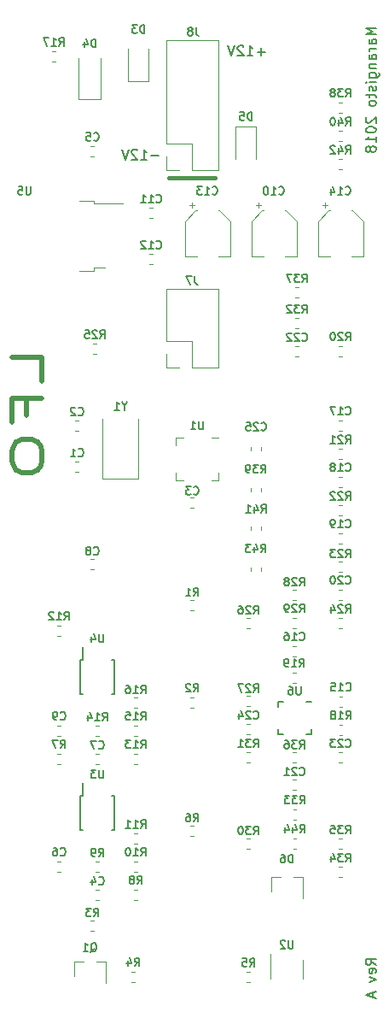
<source format=gbr>
G04 #@! TF.GenerationSoftware,KiCad,Pcbnew,5.0.2-bee76a0~70~ubuntu18.04.1*
G04 #@! TF.CreationDate,2018-12-31T18:36:31+08:00*
G04 #@! TF.ProjectId,LFO,4c464f2e-6b69-4636-9164-5f7063625858,rev?*
G04 #@! TF.SameCoordinates,PX8d9ee20PY6422c40*
G04 #@! TF.FileFunction,Legend,Bot*
G04 #@! TF.FilePolarity,Positive*
%FSLAX46Y46*%
G04 Gerber Fmt 4.6, Leading zero omitted, Abs format (unit mm)*
G04 Created by KiCad (PCBNEW 5.0.2-bee76a0~70~ubuntu18.04.1) date Mon Dec 31 18:36:31 2018*
%MOMM*%
%LPD*%
G01*
G04 APERTURE LIST*
%ADD10C,0.200000*%
%ADD11C,0.500000*%
%ADD12C,0.400000*%
%ADD13C,0.120000*%
%ADD14C,0.150000*%
G04 APERTURE END LIST*
D10*
X18232380Y-44537476D02*
X17756190Y-44204142D01*
X18232380Y-43966047D02*
X17232380Y-43966047D01*
X17232380Y-44347000D01*
X17280000Y-44442238D01*
X17327619Y-44489857D01*
X17422857Y-44537476D01*
X17565714Y-44537476D01*
X17660952Y-44489857D01*
X17708571Y-44442238D01*
X17756190Y-44347000D01*
X17756190Y-43966047D01*
X18184761Y-45347000D02*
X18232380Y-45251761D01*
X18232380Y-45061285D01*
X18184761Y-44966047D01*
X18089523Y-44918428D01*
X17708571Y-44918428D01*
X17613333Y-44966047D01*
X17565714Y-45061285D01*
X17565714Y-45251761D01*
X17613333Y-45347000D01*
X17708571Y-45394619D01*
X17803809Y-45394619D01*
X17899047Y-44918428D01*
X17565714Y-45727952D02*
X18232380Y-45966047D01*
X17565714Y-46204142D01*
X17946666Y-47299380D02*
X17946666Y-47775571D01*
X18232380Y-47204142D02*
X17232380Y-47537476D01*
X18232380Y-47870809D01*
X18232380Y48283048D02*
X17232380Y48283048D01*
X17946666Y47949715D01*
X17232380Y47616381D01*
X18232380Y47616381D01*
X18232380Y46711620D02*
X17708571Y46711620D01*
X17613333Y46759239D01*
X17565714Y46854477D01*
X17565714Y47044953D01*
X17613333Y47140191D01*
X18184761Y46711620D02*
X18232380Y46806858D01*
X18232380Y47044953D01*
X18184761Y47140191D01*
X18089523Y47187810D01*
X17994285Y47187810D01*
X17899047Y47140191D01*
X17851428Y47044953D01*
X17851428Y46806858D01*
X17803809Y46711620D01*
X18232380Y46235429D02*
X17565714Y46235429D01*
X17756190Y46235429D02*
X17660952Y46187810D01*
X17613333Y46140191D01*
X17565714Y46044953D01*
X17565714Y45949715D01*
X18232380Y45187810D02*
X17708571Y45187810D01*
X17613333Y45235429D01*
X17565714Y45330667D01*
X17565714Y45521143D01*
X17613333Y45616381D01*
X18184761Y45187810D02*
X18232380Y45283048D01*
X18232380Y45521143D01*
X18184761Y45616381D01*
X18089523Y45664000D01*
X17994285Y45664000D01*
X17899047Y45616381D01*
X17851428Y45521143D01*
X17851428Y45283048D01*
X17803809Y45187810D01*
X17565714Y44711620D02*
X18232380Y44711620D01*
X17660952Y44711620D02*
X17613333Y44664000D01*
X17565714Y44568762D01*
X17565714Y44425905D01*
X17613333Y44330667D01*
X17708571Y44283048D01*
X18232380Y44283048D01*
X17565714Y43378286D02*
X18375238Y43378286D01*
X18470476Y43425905D01*
X18518095Y43473524D01*
X18565714Y43568762D01*
X18565714Y43711620D01*
X18518095Y43806858D01*
X18184761Y43378286D02*
X18232380Y43473524D01*
X18232380Y43664000D01*
X18184761Y43759239D01*
X18137142Y43806858D01*
X18041904Y43854477D01*
X17756190Y43854477D01*
X17660952Y43806858D01*
X17613333Y43759239D01*
X17565714Y43664000D01*
X17565714Y43473524D01*
X17613333Y43378286D01*
X18232380Y42902096D02*
X17565714Y42902096D01*
X17232380Y42902096D02*
X17280000Y42949715D01*
X17327619Y42902096D01*
X17280000Y42854477D01*
X17232380Y42902096D01*
X17327619Y42902096D01*
X18184761Y42473524D02*
X18232380Y42378286D01*
X18232380Y42187810D01*
X18184761Y42092572D01*
X18089523Y42044953D01*
X18041904Y42044953D01*
X17946666Y42092572D01*
X17899047Y42187810D01*
X17899047Y42330667D01*
X17851428Y42425905D01*
X17756190Y42473524D01*
X17708571Y42473524D01*
X17613333Y42425905D01*
X17565714Y42330667D01*
X17565714Y42187810D01*
X17613333Y42092572D01*
X17565714Y41759239D02*
X17565714Y41378286D01*
X17232380Y41616381D02*
X18089523Y41616381D01*
X18184761Y41568762D01*
X18232380Y41473524D01*
X18232380Y41378286D01*
X18232380Y40902096D02*
X18184761Y40997334D01*
X18137142Y41044953D01*
X18041904Y41092572D01*
X17756190Y41092572D01*
X17660952Y41044953D01*
X17613333Y40997334D01*
X17565714Y40902096D01*
X17565714Y40759239D01*
X17613333Y40664000D01*
X17660952Y40616381D01*
X17756190Y40568762D01*
X18041904Y40568762D01*
X18137142Y40616381D01*
X18184761Y40664000D01*
X18232380Y40759239D01*
X18232380Y40902096D01*
X17327619Y39425905D02*
X17280000Y39378286D01*
X17232380Y39283048D01*
X17232380Y39044953D01*
X17280000Y38949715D01*
X17327619Y38902096D01*
X17422857Y38854477D01*
X17518095Y38854477D01*
X17660952Y38902096D01*
X18232380Y39473524D01*
X18232380Y38854477D01*
X17232380Y38235429D02*
X17232380Y38140191D01*
X17280000Y38044953D01*
X17327619Y37997334D01*
X17422857Y37949715D01*
X17613333Y37902096D01*
X17851428Y37902096D01*
X18041904Y37949715D01*
X18137142Y37997334D01*
X18184761Y38044953D01*
X18232380Y38140191D01*
X18232380Y38235429D01*
X18184761Y38330667D01*
X18137142Y38378286D01*
X18041904Y38425905D01*
X17851428Y38473524D01*
X17613333Y38473524D01*
X17422857Y38425905D01*
X17327619Y38378286D01*
X17280000Y38330667D01*
X17232380Y38235429D01*
X18232380Y36949715D02*
X18232380Y37521143D01*
X18232380Y37235429D02*
X17232380Y37235429D01*
X17375238Y37330667D01*
X17470476Y37425905D01*
X17518095Y37521143D01*
X17660952Y36378286D02*
X17613333Y36473524D01*
X17565714Y36521143D01*
X17470476Y36568762D01*
X17422857Y36568762D01*
X17327619Y36521143D01*
X17280000Y36473524D01*
X17232380Y36378286D01*
X17232380Y36187810D01*
X17280000Y36092572D01*
X17327619Y36044953D01*
X17422857Y35997334D01*
X17470476Y35997334D01*
X17565714Y36044953D01*
X17613333Y36092572D01*
X17660952Y36187810D01*
X17660952Y36378286D01*
X17708571Y36473524D01*
X17756190Y36521143D01*
X17851428Y36568762D01*
X18041904Y36568762D01*
X18137142Y36521143D01*
X18184761Y36473524D01*
X18232380Y36378286D01*
X18232380Y36187810D01*
X18184761Y36092572D01*
X18137142Y36044953D01*
X18041904Y35997334D01*
X17851428Y35997334D01*
X17756190Y36044953D01*
X17708571Y36092572D01*
X17660952Y36187810D01*
D11*
X-14898858Y13247286D02*
X-14898858Y15628239D01*
X-17898858Y15628239D01*
X-16470286Y9913953D02*
X-16470286Y11580620D01*
X-14898858Y11580620D02*
X-17898858Y11580620D01*
X-17898858Y9199667D01*
X-17898858Y6342524D02*
X-17898858Y5390143D01*
X-17756000Y4913953D01*
X-17470286Y4437762D01*
X-16898858Y4199667D01*
X-15898858Y4199667D01*
X-15327429Y4437762D01*
X-15041715Y4913953D01*
X-14898858Y5390143D01*
X-14898858Y6342524D01*
X-15041715Y6818715D01*
X-15327429Y7294905D01*
X-15898858Y7533000D01*
X-16898858Y7533000D01*
X-17470286Y7294905D01*
X-17756000Y6818715D01*
X-17898858Y6342524D01*
D10*
X-3318096Y35615572D02*
X-4080000Y35615572D01*
X-5080000Y35234620D02*
X-4508572Y35234620D01*
X-4794286Y35234620D02*
X-4794286Y36234620D01*
X-4699048Y36091762D01*
X-4603810Y35996524D01*
X-4508572Y35948905D01*
X-5460953Y36139381D02*
X-5508572Y36187000D01*
X-5603810Y36234620D01*
X-5841905Y36234620D01*
X-5937143Y36187000D01*
X-5984762Y36139381D01*
X-6032381Y36044143D01*
X-6032381Y35948905D01*
X-5984762Y35806048D01*
X-5413334Y35234620D01*
X-6032381Y35234620D01*
X-6318096Y36234620D02*
X-6651429Y35234620D01*
X-6984762Y36234620D01*
X7222904Y45902572D02*
X6461000Y45902572D01*
X6841952Y45521620D02*
X6841952Y46283524D01*
X5461000Y45521620D02*
X6032428Y45521620D01*
X5746714Y45521620D02*
X5746714Y46521620D01*
X5841952Y46378762D01*
X5937190Y46283524D01*
X6032428Y46235905D01*
X5080047Y46426381D02*
X5032428Y46474000D01*
X4937190Y46521620D01*
X4699095Y46521620D01*
X4603857Y46474000D01*
X4556238Y46426381D01*
X4508619Y46331143D01*
X4508619Y46235905D01*
X4556238Y46093048D01*
X5127666Y45521620D01*
X4508619Y45521620D01*
X4222904Y46521620D02*
X3889571Y45521620D01*
X3556238Y46521620D01*
D12*
X2286000Y33401000D02*
X-2286000Y33401000D01*
D13*
G04 #@! TO.C,D6*
X7818000Y-35816000D02*
X8748000Y-35816000D01*
X10978000Y-35816000D02*
X10048000Y-35816000D01*
X10978000Y-35816000D02*
X10978000Y-37976000D01*
X7818000Y-35816000D02*
X7818000Y-37276000D01*
G04 #@! TO.C,R44*
X10346779Y-32002000D02*
X10021221Y-32002000D01*
X10346779Y-33022000D02*
X10021221Y-33022000D01*
G04 #@! TO.C,C10*
X10388000Y25680000D02*
X9188000Y25680000D01*
X5868000Y25680000D02*
X7068000Y25680000D01*
X5868000Y29135563D02*
X5868000Y25680000D01*
X10388000Y29135563D02*
X10388000Y25680000D01*
X9323563Y30200000D02*
X9188000Y30200000D01*
X6932437Y30200000D02*
X7068000Y30200000D01*
X6932437Y30200000D02*
X5868000Y29135563D01*
X9323563Y30200000D02*
X10388000Y29135563D01*
X6568000Y30940000D02*
X6568000Y30440000D01*
X6318000Y30690000D02*
X6818000Y30690000D01*
G04 #@! TO.C,C13*
X-286000Y30690000D02*
X214000Y30690000D01*
X-36000Y30940000D02*
X-36000Y30440000D01*
X2719563Y30200000D02*
X3784000Y29135563D01*
X328437Y30200000D02*
X-736000Y29135563D01*
X328437Y30200000D02*
X464000Y30200000D01*
X2719563Y30200000D02*
X2584000Y30200000D01*
X3784000Y29135563D02*
X3784000Y25680000D01*
X-736000Y29135563D02*
X-736000Y25680000D01*
X-736000Y25680000D02*
X464000Y25680000D01*
X3784000Y25680000D02*
X2584000Y25680000D01*
G04 #@! TO.C,C14*
X16992000Y25680000D02*
X15792000Y25680000D01*
X12472000Y25680000D02*
X13672000Y25680000D01*
X12472000Y29135563D02*
X12472000Y25680000D01*
X16992000Y29135563D02*
X16992000Y25680000D01*
X15927563Y30200000D02*
X15792000Y30200000D01*
X13536437Y30200000D02*
X13672000Y30200000D01*
X13536437Y30200000D02*
X12472000Y29135563D01*
X15927563Y30200000D02*
X16992000Y29135563D01*
X13172000Y30940000D02*
X13172000Y30440000D01*
X12922000Y30690000D02*
X13422000Y30690000D01*
G04 #@! TO.C,C1*
X-11592779Y5336000D02*
X-11267221Y5336000D01*
X-11592779Y4316000D02*
X-11267221Y4316000D01*
G04 #@! TO.C,C2*
X-11592779Y8380000D02*
X-11267221Y8380000D01*
X-11592779Y9400000D02*
X-11267221Y9400000D01*
G04 #@! TO.C,C4*
X-9572779Y-37082000D02*
X-9247221Y-37082000D01*
X-9572779Y-38102000D02*
X-9247221Y-38102000D01*
G04 #@! TO.C,C5*
X-10068779Y35558000D02*
X-9743221Y35558000D01*
X-10068779Y36578000D02*
X-9743221Y36578000D01*
G04 #@! TO.C,C6*
X-13045221Y-35308000D02*
X-13370779Y-35308000D01*
X-13045221Y-34288000D02*
X-13370779Y-34288000D01*
G04 #@! TO.C,C7*
X-9560779Y-24640000D02*
X-9235221Y-24640000D01*
X-9560779Y-23620000D02*
X-9235221Y-23620000D01*
G04 #@! TO.C,C8*
X-10068779Y-4316000D02*
X-9743221Y-4316000D01*
X-10068779Y-5336000D02*
X-9743221Y-5336000D01*
G04 #@! TO.C,C9*
X-13045221Y-20826000D02*
X-13370779Y-20826000D01*
X-13045221Y-21846000D02*
X-13370779Y-21846000D01*
G04 #@! TO.C,C11*
X-4226779Y30482000D02*
X-3901221Y30482000D01*
X-4226779Y29462000D02*
X-3901221Y29462000D01*
G04 #@! TO.C,C12*
X-4226779Y24890000D02*
X-3901221Y24890000D01*
X-4226779Y25910000D02*
X-3901221Y25910000D01*
G04 #@! TO.C,C15*
X14918779Y-18982000D02*
X14593221Y-18982000D01*
X14918779Y-17962000D02*
X14593221Y-17962000D01*
G04 #@! TO.C,C16*
X10322779Y-12952000D02*
X9997221Y-12952000D01*
X10322779Y-13972000D02*
X9997221Y-13972000D01*
G04 #@! TO.C,C17*
X14894779Y8380000D02*
X14569221Y8380000D01*
X14894779Y9400000D02*
X14569221Y9400000D01*
G04 #@! TO.C,C18*
X14894779Y3812000D02*
X14569221Y3812000D01*
X14894779Y2792000D02*
X14569221Y2792000D01*
G04 #@! TO.C,C19*
X14894779Y-2796000D02*
X14569221Y-2796000D01*
X14894779Y-1776000D02*
X14569221Y-1776000D01*
G04 #@! TO.C,C20*
X14894779Y-7364000D02*
X14569221Y-7364000D01*
X14894779Y-8384000D02*
X14569221Y-8384000D01*
G04 #@! TO.C,C21*
X9997221Y-26160000D02*
X10322779Y-26160000D01*
X9997221Y-27180000D02*
X10322779Y-27180000D01*
G04 #@! TO.C,C22*
X10251221Y15746000D02*
X10576779Y15746000D01*
X10251221Y16766000D02*
X10576779Y16766000D01*
G04 #@! TO.C,C23*
X14569221Y-23493000D02*
X14894779Y-23493000D01*
X14569221Y-24513000D02*
X14894779Y-24513000D01*
G04 #@! TO.C,C3*
X-162779Y760000D02*
X162779Y760000D01*
X-162779Y1780000D02*
X162779Y1780000D01*
G04 #@! TO.C,C24*
X5425221Y-20699000D02*
X5750779Y-20699000D01*
X5425221Y-21719000D02*
X5750779Y-21719000D01*
G04 #@! TO.C,C25*
X5840000Y6441221D02*
X5840000Y6766779D01*
X6860000Y6441221D02*
X6860000Y6766779D01*
G04 #@! TO.C,J7*
X-2600000Y22412000D02*
X2600000Y22412000D01*
X-2600000Y17272000D02*
X-2600000Y22412000D01*
X2600000Y14672000D02*
X2600000Y22412000D01*
X-2600000Y17272000D02*
X0Y17272000D01*
X0Y17272000D02*
X0Y14672000D01*
X0Y14672000D02*
X2600000Y14672000D01*
X-2600000Y16002000D02*
X-2600000Y14672000D01*
X-2600000Y14672000D02*
X-1270000Y14672000D01*
G04 #@! TO.C,J8*
X-2600000Y47050000D02*
X2600000Y47050000D01*
X-2600000Y36830000D02*
X-2600000Y47050000D01*
X2600000Y34230000D02*
X2600000Y47050000D01*
X-2600000Y36830000D02*
X0Y36830000D01*
X0Y36830000D02*
X0Y34230000D01*
X0Y34230000D02*
X2600000Y34230000D01*
X-2600000Y35560000D02*
X-2600000Y34230000D01*
X-2600000Y34230000D02*
X-1270000Y34230000D01*
G04 #@! TO.C,Y1*
X-5312000Y9558000D02*
X-5312000Y3658000D01*
X-5312000Y3658000D02*
X-8912000Y3658000D01*
X-8912000Y3658000D02*
X-8912000Y9558000D01*
G04 #@! TO.C,D5*
X6334000Y38522000D02*
X4334000Y38522000D01*
X6334000Y38522000D02*
X6334000Y35322000D01*
X4334000Y35322000D02*
X4334000Y38522000D01*
G04 #@! TO.C,D3*
X-4334000Y46212000D02*
X-4334000Y43012000D01*
X-6334000Y43012000D02*
X-6334000Y46212000D01*
X-6334000Y43012000D02*
X-4334000Y43012000D01*
G04 #@! TO.C,D4*
X-9075000Y45288000D02*
X-9075000Y41203000D01*
X-9075000Y41203000D02*
X-11245000Y41203000D01*
X-11245000Y41203000D02*
X-11245000Y45288000D01*
D14*
G04 #@! TO.C,U6*
X8559000Y-18441000D02*
X8559000Y-18941000D01*
X11809000Y-21691000D02*
X11809000Y-21191000D01*
X8559000Y-21691000D02*
X8559000Y-21191000D01*
X11809000Y-18441000D02*
X11309000Y-18441000D01*
X11809000Y-21691000D02*
X11309000Y-21691000D01*
X8559000Y-21691000D02*
X9059000Y-21691000D01*
X8559000Y-18441000D02*
X9059000Y-18441000D01*
D13*
G04 #@! TO.C,U1*
X-877000Y7698000D02*
X-1602000Y7698000D01*
X-1602000Y7698000D02*
X-1602000Y6973000D01*
X1893000Y3478000D02*
X2618000Y3478000D01*
X2618000Y3478000D02*
X2618000Y4203000D01*
X-877000Y3478000D02*
X-1602000Y3478000D01*
X-1602000Y3478000D02*
X-1602000Y4203000D01*
X1893000Y7698000D02*
X2618000Y7698000D01*
D14*
G04 #@! TO.C,U4*
X-10898000Y-14327000D02*
X-10898000Y-13077000D01*
X-7723000Y-14327000D02*
X-7723000Y-17677000D01*
X-11073000Y-14327000D02*
X-11073000Y-17677000D01*
X-7723000Y-14327000D02*
X-7973000Y-14327000D01*
X-7723000Y-17677000D02*
X-7973000Y-17677000D01*
X-11073000Y-17677000D02*
X-10823000Y-17677000D01*
X-11073000Y-14327000D02*
X-10898000Y-14327000D01*
G04 #@! TO.C,U3*
X-11073000Y-27789000D02*
X-10898000Y-27789000D01*
X-11073000Y-31139000D02*
X-10823000Y-31139000D01*
X-7723000Y-31139000D02*
X-7973000Y-31139000D01*
X-7723000Y-27789000D02*
X-7973000Y-27789000D01*
X-11073000Y-27789000D02*
X-11073000Y-31139000D01*
X-7723000Y-27789000D02*
X-7723000Y-31139000D01*
X-10898000Y-27789000D02*
X-10898000Y-26539000D01*
D13*
G04 #@! TO.C,Q1*
X-11740000Y-44198000D02*
X-10810000Y-44198000D01*
X-8580000Y-44198000D02*
X-9510000Y-44198000D01*
X-8580000Y-44198000D02*
X-8580000Y-46358000D01*
X-11740000Y-44198000D02*
X-11740000Y-45658000D01*
G04 #@! TO.C,U2*
X11008000Y-44058000D02*
X11008000Y-45858000D01*
X7788000Y-45858000D02*
X7788000Y-43408000D01*
G04 #@! TO.C,U5*
X-11222000Y31136000D02*
X-9722000Y31136000D01*
X-9722000Y31136000D02*
X-9722000Y30866000D01*
X-9722000Y30866000D02*
X-6892000Y30866000D01*
X-11222000Y24236000D02*
X-9722000Y24236000D01*
X-9722000Y24236000D02*
X-9722000Y24506000D01*
X-9722000Y24506000D02*
X-8622000Y24506000D01*
G04 #@! TO.C,R8*
X-5425221Y-37082000D02*
X-5750779Y-37082000D01*
X-5425221Y-38102000D02*
X-5750779Y-38102000D01*
G04 #@! TO.C,R7*
X-13045221Y-24640000D02*
X-13370779Y-24640000D01*
X-13045221Y-23620000D02*
X-13370779Y-23620000D01*
G04 #@! TO.C,R6*
X-162779Y-31752000D02*
X162779Y-31752000D01*
X-162779Y-30732000D02*
X162779Y-30732000D01*
G04 #@! TO.C,R5*
X5425221Y-45210000D02*
X5750779Y-45210000D01*
X5425221Y-46230000D02*
X5750779Y-46230000D01*
G04 #@! TO.C,R4*
X-5679221Y-45210000D02*
X-6004779Y-45210000D01*
X-5679221Y-46230000D02*
X-6004779Y-46230000D01*
G04 #@! TO.C,R3*
X-10068779Y-40130000D02*
X-9743221Y-40130000D01*
X-10068779Y-41150000D02*
X-9743221Y-41150000D01*
G04 #@! TO.C,R2*
X162779Y-18032000D02*
X-162779Y-18032000D01*
X162779Y-19052000D02*
X-162779Y-19052000D01*
G04 #@! TO.C,R1*
X-162779Y-8380000D02*
X162779Y-8380000D01*
X-162779Y-9400000D02*
X162779Y-9400000D01*
G04 #@! TO.C,R22*
X14569221Y-2000D02*
X14894779Y-2000D01*
X14569221Y1018000D02*
X14894779Y1018000D01*
G04 #@! TO.C,R31*
X5425221Y-23493000D02*
X5750779Y-23493000D01*
X5425221Y-24513000D02*
X5750779Y-24513000D01*
G04 #@! TO.C,R12*
X-13045221Y-10920000D02*
X-13370779Y-10920000D01*
X-13045221Y-11940000D02*
X-13370779Y-11940000D01*
G04 #@! TO.C,R9*
X-9560779Y-34288000D02*
X-9235221Y-34288000D01*
X-9560779Y-35308000D02*
X-9235221Y-35308000D01*
G04 #@! TO.C,R14*
X-9560779Y-21846000D02*
X-9235221Y-21846000D01*
X-9560779Y-20826000D02*
X-9235221Y-20826000D01*
G04 #@! TO.C,R15*
X-5425221Y-21846000D02*
X-5750779Y-21846000D01*
X-5425221Y-20826000D02*
X-5750779Y-20826000D01*
G04 #@! TO.C,R16*
X-5750779Y-19052000D02*
X-5425221Y-19052000D01*
X-5750779Y-18032000D02*
X-5425221Y-18032000D01*
G04 #@! TO.C,R17*
X-13878779Y45976000D02*
X-13553221Y45976000D01*
X-13878779Y44956000D02*
X-13553221Y44956000D01*
G04 #@! TO.C,R18*
X14918779Y-20756000D02*
X14593221Y-20756000D01*
X14918779Y-21776000D02*
X14593221Y-21776000D01*
G04 #@! TO.C,R19*
X10298779Y-16582000D02*
X9973221Y-16582000D01*
X10298779Y-15562000D02*
X9973221Y-15562000D01*
G04 #@! TO.C,R20*
X14894779Y16766000D02*
X14569221Y16766000D01*
X14894779Y15746000D02*
X14569221Y15746000D01*
G04 #@! TO.C,R21*
X14569221Y6606000D02*
X14894779Y6606000D01*
X14569221Y5586000D02*
X14894779Y5586000D01*
G04 #@! TO.C,R13*
X-5425221Y-23620000D02*
X-5750779Y-23620000D01*
X-5425221Y-24640000D02*
X-5750779Y-24640000D01*
G04 #@! TO.C,R30*
X5425221Y-32002000D02*
X5750779Y-32002000D01*
X5425221Y-33022000D02*
X5750779Y-33022000D01*
G04 #@! TO.C,R33*
X10021221Y-30158000D02*
X10346779Y-30158000D01*
X10021221Y-29138000D02*
X10346779Y-29138000D01*
G04 #@! TO.C,R34*
X14569221Y-34796000D02*
X14894779Y-34796000D01*
X14569221Y-35816000D02*
X14894779Y-35816000D01*
G04 #@! TO.C,R35*
X14569221Y-33022000D02*
X14894779Y-33022000D01*
X14569221Y-32002000D02*
X14894779Y-32002000D01*
G04 #@! TO.C,R36*
X9997221Y-23493000D02*
X10322779Y-23493000D01*
X9997221Y-24513000D02*
X10322779Y-24513000D01*
G04 #@! TO.C,R37*
X10251221Y21588000D02*
X10576779Y21588000D01*
X10251221Y22608000D02*
X10576779Y22608000D01*
G04 #@! TO.C,R38*
X14894779Y39876000D02*
X14569221Y39876000D01*
X14894779Y40896000D02*
X14569221Y40896000D01*
G04 #@! TO.C,R39*
X6860000Y2702779D02*
X6860000Y2377221D01*
X5840000Y2702779D02*
X5840000Y2377221D01*
G04 #@! TO.C,R40*
X14569221Y38102000D02*
X14894779Y38102000D01*
X14569221Y37082000D02*
X14894779Y37082000D01*
G04 #@! TO.C,R41*
X6860000Y-1107221D02*
X6860000Y-1432779D01*
X5840000Y-1107221D02*
X5840000Y-1432779D01*
G04 #@! TO.C,R23*
X14569221Y-4570000D02*
X14894779Y-4570000D01*
X14569221Y-5590000D02*
X14894779Y-5590000D01*
G04 #@! TO.C,R43*
X6860000Y-5171221D02*
X6860000Y-5496779D01*
X5840000Y-5171221D02*
X5840000Y-5496779D01*
G04 #@! TO.C,R32*
X10251221Y19560000D02*
X10576779Y19560000D01*
X10251221Y18540000D02*
X10576779Y18540000D01*
G04 #@! TO.C,R24*
X14569221Y-11178000D02*
X14894779Y-11178000D01*
X14569221Y-10158000D02*
X14894779Y-10158000D01*
G04 #@! TO.C,R25*
X-9814779Y17020000D02*
X-9489221Y17020000D01*
X-9814779Y16000000D02*
X-9489221Y16000000D01*
G04 #@! TO.C,R26*
X5425221Y-11178000D02*
X5750779Y-11178000D01*
X5425221Y-10158000D02*
X5750779Y-10158000D01*
G04 #@! TO.C,R27*
X5750779Y-18925000D02*
X5425221Y-18925000D01*
X5750779Y-17905000D02*
X5425221Y-17905000D01*
G04 #@! TO.C,R28*
X10322779Y-7364000D02*
X9997221Y-7364000D01*
X10322779Y-8384000D02*
X9997221Y-8384000D01*
G04 #@! TO.C,R29*
X10322779Y-11178000D02*
X9997221Y-11178000D01*
X10322779Y-10158000D02*
X9997221Y-10158000D01*
G04 #@! TO.C,R11*
X-5750779Y-32514000D02*
X-5425221Y-32514000D01*
X-5750779Y-31494000D02*
X-5425221Y-31494000D01*
G04 #@! TO.C,R10*
X-5425221Y-35308000D02*
X-5750779Y-35308000D01*
X-5425221Y-34288000D02*
X-5750779Y-34288000D01*
G04 #@! TO.C,R42*
X14569221Y34288000D02*
X14894779Y34288000D01*
X14569221Y35308000D02*
X14894779Y35308000D01*
G04 #@! TO.C,D6*
D14*
X9988476Y-34397904D02*
X9988476Y-33597904D01*
X9798000Y-33597904D01*
X9683714Y-33636000D01*
X9607523Y-33712190D01*
X9569428Y-33788380D01*
X9531333Y-33940761D01*
X9531333Y-34055047D01*
X9569428Y-34207428D01*
X9607523Y-34283619D01*
X9683714Y-34359809D01*
X9798000Y-34397904D01*
X9988476Y-34397904D01*
X8845619Y-33597904D02*
X8998000Y-33597904D01*
X9074190Y-33636000D01*
X9112285Y-33674095D01*
X9188476Y-33788380D01*
X9226571Y-33940761D01*
X9226571Y-34245523D01*
X9188476Y-34321714D01*
X9150380Y-34359809D01*
X9074190Y-34397904D01*
X8921809Y-34397904D01*
X8845619Y-34359809D01*
X8807523Y-34321714D01*
X8769428Y-34245523D01*
X8769428Y-34055047D01*
X8807523Y-33978857D01*
X8845619Y-33940761D01*
X8921809Y-33902666D01*
X9074190Y-33902666D01*
X9150380Y-33940761D01*
X9188476Y-33978857D01*
X9226571Y-34055047D01*
G04 #@! TO.C,R44*
X10698285Y-31443904D02*
X10964952Y-31062952D01*
X11155428Y-31443904D02*
X11155428Y-30643904D01*
X10850666Y-30643904D01*
X10774476Y-30682000D01*
X10736380Y-30720095D01*
X10698285Y-30796285D01*
X10698285Y-30910571D01*
X10736380Y-30986761D01*
X10774476Y-31024857D01*
X10850666Y-31062952D01*
X11155428Y-31062952D01*
X10012571Y-30910571D02*
X10012571Y-31443904D01*
X10203047Y-30605809D02*
X10393523Y-31177238D01*
X9898285Y-31177238D01*
X9250666Y-30910571D02*
X9250666Y-31443904D01*
X9441142Y-30605809D02*
X9631619Y-31177238D01*
X9136380Y-31177238D01*
G04 #@! TO.C,C10*
X8617285Y31845286D02*
X8655380Y31807191D01*
X8769666Y31769096D01*
X8845857Y31769096D01*
X8960142Y31807191D01*
X9036333Y31883381D01*
X9074428Y31959572D01*
X9112523Y32111953D01*
X9112523Y32226239D01*
X9074428Y32378620D01*
X9036333Y32454810D01*
X8960142Y32531000D01*
X8845857Y32569096D01*
X8769666Y32569096D01*
X8655380Y32531000D01*
X8617285Y32492905D01*
X7855380Y31769096D02*
X8312523Y31769096D01*
X8083952Y31769096D02*
X8083952Y32569096D01*
X8160142Y32454810D01*
X8236333Y32378620D01*
X8312523Y32340524D01*
X7360142Y32569096D02*
X7283952Y32569096D01*
X7207761Y32531000D01*
X7169666Y32492905D01*
X7131571Y32416715D01*
X7093476Y32264334D01*
X7093476Y32073858D01*
X7131571Y31921477D01*
X7169666Y31845286D01*
X7207761Y31807191D01*
X7283952Y31769096D01*
X7360142Y31769096D01*
X7436333Y31807191D01*
X7474428Y31845286D01*
X7512523Y31921477D01*
X7550619Y32073858D01*
X7550619Y32264334D01*
X7512523Y32416715D01*
X7474428Y32492905D01*
X7436333Y32531000D01*
X7360142Y32569096D01*
G04 #@! TO.C,C13*
X2013285Y31845286D02*
X2051380Y31807191D01*
X2165666Y31769096D01*
X2241857Y31769096D01*
X2356142Y31807191D01*
X2432333Y31883381D01*
X2470428Y31959572D01*
X2508523Y32111953D01*
X2508523Y32226239D01*
X2470428Y32378620D01*
X2432333Y32454810D01*
X2356142Y32531000D01*
X2241857Y32569096D01*
X2165666Y32569096D01*
X2051380Y32531000D01*
X2013285Y32492905D01*
X1251380Y31769096D02*
X1708523Y31769096D01*
X1479952Y31769096D02*
X1479952Y32569096D01*
X1556142Y32454810D01*
X1632333Y32378620D01*
X1708523Y32340524D01*
X984714Y32569096D02*
X489476Y32569096D01*
X756142Y32264334D01*
X641857Y32264334D01*
X565666Y32226239D01*
X527571Y32188143D01*
X489476Y32111953D01*
X489476Y31921477D01*
X527571Y31845286D01*
X565666Y31807191D01*
X641857Y31769096D01*
X870428Y31769096D01*
X946619Y31807191D01*
X984714Y31845286D01*
G04 #@! TO.C,C14*
X15221285Y31845286D02*
X15259380Y31807191D01*
X15373666Y31769096D01*
X15449857Y31769096D01*
X15564142Y31807191D01*
X15640333Y31883381D01*
X15678428Y31959572D01*
X15716523Y32111953D01*
X15716523Y32226239D01*
X15678428Y32378620D01*
X15640333Y32454810D01*
X15564142Y32531000D01*
X15449857Y32569096D01*
X15373666Y32569096D01*
X15259380Y32531000D01*
X15221285Y32492905D01*
X14459380Y31769096D02*
X14916523Y31769096D01*
X14687952Y31769096D02*
X14687952Y32569096D01*
X14764142Y32454810D01*
X14840333Y32378620D01*
X14916523Y32340524D01*
X13773666Y32302429D02*
X13773666Y31769096D01*
X13964142Y32607191D02*
X14154619Y32035762D01*
X13659380Y32035762D01*
G04 #@! TO.C,C1*
X-11296667Y5904286D02*
X-11258572Y5866191D01*
X-11144286Y5828096D01*
X-11068096Y5828096D01*
X-10953810Y5866191D01*
X-10877620Y5942381D01*
X-10839524Y6018572D01*
X-10801429Y6170953D01*
X-10801429Y6285239D01*
X-10839524Y6437620D01*
X-10877620Y6513810D01*
X-10953810Y6590000D01*
X-11068096Y6628096D01*
X-11144286Y6628096D01*
X-11258572Y6590000D01*
X-11296667Y6551905D01*
X-12058572Y5828096D02*
X-11601429Y5828096D01*
X-11830000Y5828096D02*
X-11830000Y6628096D01*
X-11753810Y6513810D01*
X-11677620Y6437620D01*
X-11601429Y6399524D01*
G04 #@! TO.C,C2*
X-11296667Y9968286D02*
X-11258572Y9930191D01*
X-11144286Y9892096D01*
X-11068096Y9892096D01*
X-10953810Y9930191D01*
X-10877620Y10006381D01*
X-10839524Y10082572D01*
X-10801429Y10234953D01*
X-10801429Y10349239D01*
X-10839524Y10501620D01*
X-10877620Y10577810D01*
X-10953810Y10654000D01*
X-11068096Y10692096D01*
X-11144286Y10692096D01*
X-11258572Y10654000D01*
X-11296667Y10615905D01*
X-11601429Y10615905D02*
X-11639524Y10654000D01*
X-11715715Y10692096D01*
X-11906191Y10692096D01*
X-11982381Y10654000D01*
X-12020477Y10615905D01*
X-12058572Y10539715D01*
X-12058572Y10463524D01*
X-12020477Y10349239D01*
X-11563334Y9892096D01*
X-12058572Y9892096D01*
G04 #@! TO.C,C4*
X-9276667Y-36513714D02*
X-9238572Y-36551809D01*
X-9124286Y-36589904D01*
X-9048096Y-36589904D01*
X-8933810Y-36551809D01*
X-8857620Y-36475619D01*
X-8819524Y-36399428D01*
X-8781429Y-36247047D01*
X-8781429Y-36132761D01*
X-8819524Y-35980380D01*
X-8857620Y-35904190D01*
X-8933810Y-35828000D01*
X-9048096Y-35789904D01*
X-9124286Y-35789904D01*
X-9238572Y-35828000D01*
X-9276667Y-35866095D01*
X-9962381Y-36056571D02*
X-9962381Y-36589904D01*
X-9771905Y-35751809D02*
X-9581429Y-36323238D01*
X-10076667Y-36323238D01*
G04 #@! TO.C,C5*
X-9772667Y37179286D02*
X-9734572Y37141191D01*
X-9620286Y37103096D01*
X-9544096Y37103096D01*
X-9429810Y37141191D01*
X-9353620Y37217381D01*
X-9315524Y37293572D01*
X-9277429Y37445953D01*
X-9277429Y37560239D01*
X-9315524Y37712620D01*
X-9353620Y37788810D01*
X-9429810Y37865000D01*
X-9544096Y37903096D01*
X-9620286Y37903096D01*
X-9734572Y37865000D01*
X-9772667Y37826905D01*
X-10496477Y37903096D02*
X-10115524Y37903096D01*
X-10077429Y37522143D01*
X-10115524Y37560239D01*
X-10191715Y37598334D01*
X-10382191Y37598334D01*
X-10458381Y37560239D01*
X-10496477Y37522143D01*
X-10534572Y37445953D01*
X-10534572Y37255477D01*
X-10496477Y37179286D01*
X-10458381Y37141191D01*
X-10382191Y37103096D01*
X-10191715Y37103096D01*
X-10115524Y37141191D01*
X-10077429Y37179286D01*
G04 #@! TO.C,C6*
X-13074667Y-33653714D02*
X-13036572Y-33691809D01*
X-12922286Y-33729904D01*
X-12846096Y-33729904D01*
X-12731810Y-33691809D01*
X-12655620Y-33615619D01*
X-12617524Y-33539428D01*
X-12579429Y-33387047D01*
X-12579429Y-33272761D01*
X-12617524Y-33120380D01*
X-12655620Y-33044190D01*
X-12731810Y-32968000D01*
X-12846096Y-32929904D01*
X-12922286Y-32929904D01*
X-13036572Y-32968000D01*
X-13074667Y-33006095D01*
X-13760381Y-32929904D02*
X-13608000Y-32929904D01*
X-13531810Y-32968000D01*
X-13493715Y-33006095D01*
X-13417524Y-33120380D01*
X-13379429Y-33272761D01*
X-13379429Y-33577523D01*
X-13417524Y-33653714D01*
X-13455620Y-33691809D01*
X-13531810Y-33729904D01*
X-13684191Y-33729904D01*
X-13760381Y-33691809D01*
X-13798477Y-33653714D01*
X-13836572Y-33577523D01*
X-13836572Y-33387047D01*
X-13798477Y-33310857D01*
X-13760381Y-33272761D01*
X-13684191Y-33234666D01*
X-13531810Y-33234666D01*
X-13455620Y-33272761D01*
X-13417524Y-33310857D01*
X-13379429Y-33387047D01*
G04 #@! TO.C,C7*
X-9264667Y-23051714D02*
X-9226572Y-23089809D01*
X-9112286Y-23127904D01*
X-9036096Y-23127904D01*
X-8921810Y-23089809D01*
X-8845620Y-23013619D01*
X-8807524Y-22937428D01*
X-8769429Y-22785047D01*
X-8769429Y-22670761D01*
X-8807524Y-22518380D01*
X-8845620Y-22442190D01*
X-8921810Y-22366000D01*
X-9036096Y-22327904D01*
X-9112286Y-22327904D01*
X-9226572Y-22366000D01*
X-9264667Y-22404095D01*
X-9531334Y-22327904D02*
X-10064667Y-22327904D01*
X-9721810Y-23127904D01*
G04 #@! TO.C,C8*
X-9772667Y-3841714D02*
X-9734572Y-3879809D01*
X-9620286Y-3917904D01*
X-9544096Y-3917904D01*
X-9429810Y-3879809D01*
X-9353620Y-3803619D01*
X-9315524Y-3727428D01*
X-9277429Y-3575047D01*
X-9277429Y-3460761D01*
X-9315524Y-3308380D01*
X-9353620Y-3232190D01*
X-9429810Y-3156000D01*
X-9544096Y-3117904D01*
X-9620286Y-3117904D01*
X-9734572Y-3156000D01*
X-9772667Y-3194095D01*
X-10229810Y-3460761D02*
X-10153620Y-3422666D01*
X-10115524Y-3384571D01*
X-10077429Y-3308380D01*
X-10077429Y-3270285D01*
X-10115524Y-3194095D01*
X-10153620Y-3156000D01*
X-10229810Y-3117904D01*
X-10382191Y-3117904D01*
X-10458381Y-3156000D01*
X-10496477Y-3194095D01*
X-10534572Y-3270285D01*
X-10534572Y-3308380D01*
X-10496477Y-3384571D01*
X-10458381Y-3422666D01*
X-10382191Y-3460761D01*
X-10229810Y-3460761D01*
X-10153620Y-3498857D01*
X-10115524Y-3536952D01*
X-10077429Y-3613142D01*
X-10077429Y-3765523D01*
X-10115524Y-3841714D01*
X-10153620Y-3879809D01*
X-10229810Y-3917904D01*
X-10382191Y-3917904D01*
X-10458381Y-3879809D01*
X-10496477Y-3841714D01*
X-10534572Y-3765523D01*
X-10534572Y-3613142D01*
X-10496477Y-3536952D01*
X-10458381Y-3498857D01*
X-10382191Y-3460761D01*
G04 #@! TO.C,C9*
X-13074667Y-20191714D02*
X-13036572Y-20229809D01*
X-12922286Y-20267904D01*
X-12846096Y-20267904D01*
X-12731810Y-20229809D01*
X-12655620Y-20153619D01*
X-12617524Y-20077428D01*
X-12579429Y-19925047D01*
X-12579429Y-19810761D01*
X-12617524Y-19658380D01*
X-12655620Y-19582190D01*
X-12731810Y-19506000D01*
X-12846096Y-19467904D01*
X-12922286Y-19467904D01*
X-13036572Y-19506000D01*
X-13074667Y-19544095D01*
X-13455620Y-20267904D02*
X-13608000Y-20267904D01*
X-13684191Y-20229809D01*
X-13722286Y-20191714D01*
X-13798477Y-20077428D01*
X-13836572Y-19925047D01*
X-13836572Y-19620285D01*
X-13798477Y-19544095D01*
X-13760381Y-19506000D01*
X-13684191Y-19467904D01*
X-13531810Y-19467904D01*
X-13455620Y-19506000D01*
X-13417524Y-19544095D01*
X-13379429Y-19620285D01*
X-13379429Y-19810761D01*
X-13417524Y-19886952D01*
X-13455620Y-19925047D01*
X-13531810Y-19963142D01*
X-13684191Y-19963142D01*
X-13760381Y-19925047D01*
X-13798477Y-19886952D01*
X-13836572Y-19810761D01*
G04 #@! TO.C,C11*
X-3549715Y31050286D02*
X-3511620Y31012191D01*
X-3397334Y30974096D01*
X-3321143Y30974096D01*
X-3206858Y31012191D01*
X-3130667Y31088381D01*
X-3092572Y31164572D01*
X-3054477Y31316953D01*
X-3054477Y31431239D01*
X-3092572Y31583620D01*
X-3130667Y31659810D01*
X-3206858Y31736000D01*
X-3321143Y31774096D01*
X-3397334Y31774096D01*
X-3511620Y31736000D01*
X-3549715Y31697905D01*
X-4311620Y30974096D02*
X-3854477Y30974096D01*
X-4083048Y30974096D02*
X-4083048Y31774096D01*
X-4006858Y31659810D01*
X-3930667Y31583620D01*
X-3854477Y31545524D01*
X-5073524Y30974096D02*
X-4616381Y30974096D01*
X-4844953Y30974096D02*
X-4844953Y31774096D01*
X-4768762Y31659810D01*
X-4692572Y31583620D01*
X-4616381Y31545524D01*
G04 #@! TO.C,C12*
X-3549715Y26478286D02*
X-3511620Y26440191D01*
X-3397334Y26402096D01*
X-3321143Y26402096D01*
X-3206858Y26440191D01*
X-3130667Y26516381D01*
X-3092572Y26592572D01*
X-3054477Y26744953D01*
X-3054477Y26859239D01*
X-3092572Y27011620D01*
X-3130667Y27087810D01*
X-3206858Y27164000D01*
X-3321143Y27202096D01*
X-3397334Y27202096D01*
X-3511620Y27164000D01*
X-3549715Y27125905D01*
X-4311620Y26402096D02*
X-3854477Y26402096D01*
X-4083048Y26402096D02*
X-4083048Y27202096D01*
X-4006858Y27087810D01*
X-3930667Y27011620D01*
X-3854477Y26973524D01*
X-4616381Y27125905D02*
X-4654477Y27164000D01*
X-4730667Y27202096D01*
X-4921143Y27202096D01*
X-4997334Y27164000D01*
X-5035429Y27125905D01*
X-5073524Y27049715D01*
X-5073524Y26973524D01*
X-5035429Y26859239D01*
X-4578286Y26402096D01*
X-5073524Y26402096D01*
G04 #@! TO.C,C15*
X15270285Y-17327714D02*
X15308380Y-17365809D01*
X15422666Y-17403904D01*
X15498857Y-17403904D01*
X15613142Y-17365809D01*
X15689333Y-17289619D01*
X15727428Y-17213428D01*
X15765523Y-17061047D01*
X15765523Y-16946761D01*
X15727428Y-16794380D01*
X15689333Y-16718190D01*
X15613142Y-16642000D01*
X15498857Y-16603904D01*
X15422666Y-16603904D01*
X15308380Y-16642000D01*
X15270285Y-16680095D01*
X14508380Y-17403904D02*
X14965523Y-17403904D01*
X14736952Y-17403904D02*
X14736952Y-16603904D01*
X14813142Y-16718190D01*
X14889333Y-16794380D01*
X14965523Y-16832476D01*
X13784571Y-16603904D02*
X14165523Y-16603904D01*
X14203619Y-16984857D01*
X14165523Y-16946761D01*
X14089333Y-16908666D01*
X13898857Y-16908666D01*
X13822666Y-16946761D01*
X13784571Y-16984857D01*
X13746476Y-17061047D01*
X13746476Y-17251523D01*
X13784571Y-17327714D01*
X13822666Y-17365809D01*
X13898857Y-17403904D01*
X14089333Y-17403904D01*
X14165523Y-17365809D01*
X14203619Y-17327714D01*
G04 #@! TO.C,C16*
X10674285Y-12317714D02*
X10712380Y-12355809D01*
X10826666Y-12393904D01*
X10902857Y-12393904D01*
X11017142Y-12355809D01*
X11093333Y-12279619D01*
X11131428Y-12203428D01*
X11169523Y-12051047D01*
X11169523Y-11936761D01*
X11131428Y-11784380D01*
X11093333Y-11708190D01*
X11017142Y-11632000D01*
X10902857Y-11593904D01*
X10826666Y-11593904D01*
X10712380Y-11632000D01*
X10674285Y-11670095D01*
X9912380Y-12393904D02*
X10369523Y-12393904D01*
X10140952Y-12393904D02*
X10140952Y-11593904D01*
X10217142Y-11708190D01*
X10293333Y-11784380D01*
X10369523Y-11822476D01*
X9226666Y-11593904D02*
X9379047Y-11593904D01*
X9455238Y-11632000D01*
X9493333Y-11670095D01*
X9569523Y-11784380D01*
X9607619Y-11936761D01*
X9607619Y-12241523D01*
X9569523Y-12317714D01*
X9531428Y-12355809D01*
X9455238Y-12393904D01*
X9302857Y-12393904D01*
X9226666Y-12355809D01*
X9188571Y-12317714D01*
X9150476Y-12241523D01*
X9150476Y-12051047D01*
X9188571Y-11974857D01*
X9226666Y-11936761D01*
X9302857Y-11898666D01*
X9455238Y-11898666D01*
X9531428Y-11936761D01*
X9569523Y-11974857D01*
X9607619Y-12051047D01*
G04 #@! TO.C,C17*
X15246285Y10034286D02*
X15284380Y9996191D01*
X15398666Y9958096D01*
X15474857Y9958096D01*
X15589142Y9996191D01*
X15665333Y10072381D01*
X15703428Y10148572D01*
X15741523Y10300953D01*
X15741523Y10415239D01*
X15703428Y10567620D01*
X15665333Y10643810D01*
X15589142Y10720000D01*
X15474857Y10758096D01*
X15398666Y10758096D01*
X15284380Y10720000D01*
X15246285Y10681905D01*
X14484380Y9958096D02*
X14941523Y9958096D01*
X14712952Y9958096D02*
X14712952Y10758096D01*
X14789142Y10643810D01*
X14865333Y10567620D01*
X14941523Y10529524D01*
X14217714Y10758096D02*
X13684380Y10758096D01*
X14027238Y9958096D01*
G04 #@! TO.C,C18*
X15246285Y4446286D02*
X15284380Y4408191D01*
X15398666Y4370096D01*
X15474857Y4370096D01*
X15589142Y4408191D01*
X15665333Y4484381D01*
X15703428Y4560572D01*
X15741523Y4712953D01*
X15741523Y4827239D01*
X15703428Y4979620D01*
X15665333Y5055810D01*
X15589142Y5132000D01*
X15474857Y5170096D01*
X15398666Y5170096D01*
X15284380Y5132000D01*
X15246285Y5093905D01*
X14484380Y4370096D02*
X14941523Y4370096D01*
X14712952Y4370096D02*
X14712952Y5170096D01*
X14789142Y5055810D01*
X14865333Y4979620D01*
X14941523Y4941524D01*
X14027238Y4827239D02*
X14103428Y4865334D01*
X14141523Y4903429D01*
X14179619Y4979620D01*
X14179619Y5017715D01*
X14141523Y5093905D01*
X14103428Y5132000D01*
X14027238Y5170096D01*
X13874857Y5170096D01*
X13798666Y5132000D01*
X13760571Y5093905D01*
X13722476Y5017715D01*
X13722476Y4979620D01*
X13760571Y4903429D01*
X13798666Y4865334D01*
X13874857Y4827239D01*
X14027238Y4827239D01*
X14103428Y4789143D01*
X14141523Y4751048D01*
X14179619Y4674858D01*
X14179619Y4522477D01*
X14141523Y4446286D01*
X14103428Y4408191D01*
X14027238Y4370096D01*
X13874857Y4370096D01*
X13798666Y4408191D01*
X13760571Y4446286D01*
X13722476Y4522477D01*
X13722476Y4674858D01*
X13760571Y4751048D01*
X13798666Y4789143D01*
X13874857Y4827239D01*
G04 #@! TO.C,C19*
X15246285Y-1141714D02*
X15284380Y-1179809D01*
X15398666Y-1217904D01*
X15474857Y-1217904D01*
X15589142Y-1179809D01*
X15665333Y-1103619D01*
X15703428Y-1027428D01*
X15741523Y-875047D01*
X15741523Y-760761D01*
X15703428Y-608380D01*
X15665333Y-532190D01*
X15589142Y-456000D01*
X15474857Y-417904D01*
X15398666Y-417904D01*
X15284380Y-456000D01*
X15246285Y-494095D01*
X14484380Y-1217904D02*
X14941523Y-1217904D01*
X14712952Y-1217904D02*
X14712952Y-417904D01*
X14789142Y-532190D01*
X14865333Y-608380D01*
X14941523Y-646476D01*
X14103428Y-1217904D02*
X13951047Y-1217904D01*
X13874857Y-1179809D01*
X13836761Y-1141714D01*
X13760571Y-1027428D01*
X13722476Y-875047D01*
X13722476Y-570285D01*
X13760571Y-494095D01*
X13798666Y-456000D01*
X13874857Y-417904D01*
X14027238Y-417904D01*
X14103428Y-456000D01*
X14141523Y-494095D01*
X14179619Y-570285D01*
X14179619Y-760761D01*
X14141523Y-836952D01*
X14103428Y-875047D01*
X14027238Y-913142D01*
X13874857Y-913142D01*
X13798666Y-875047D01*
X13760571Y-836952D01*
X13722476Y-760761D01*
G04 #@! TO.C,C20*
X15246285Y-6729714D02*
X15284380Y-6767809D01*
X15398666Y-6805904D01*
X15474857Y-6805904D01*
X15589142Y-6767809D01*
X15665333Y-6691619D01*
X15703428Y-6615428D01*
X15741523Y-6463047D01*
X15741523Y-6348761D01*
X15703428Y-6196380D01*
X15665333Y-6120190D01*
X15589142Y-6044000D01*
X15474857Y-6005904D01*
X15398666Y-6005904D01*
X15284380Y-6044000D01*
X15246285Y-6082095D01*
X14941523Y-6082095D02*
X14903428Y-6044000D01*
X14827238Y-6005904D01*
X14636761Y-6005904D01*
X14560571Y-6044000D01*
X14522476Y-6082095D01*
X14484380Y-6158285D01*
X14484380Y-6234476D01*
X14522476Y-6348761D01*
X14979619Y-6805904D01*
X14484380Y-6805904D01*
X13989142Y-6005904D02*
X13912952Y-6005904D01*
X13836761Y-6044000D01*
X13798666Y-6082095D01*
X13760571Y-6158285D01*
X13722476Y-6310666D01*
X13722476Y-6501142D01*
X13760571Y-6653523D01*
X13798666Y-6729714D01*
X13836761Y-6767809D01*
X13912952Y-6805904D01*
X13989142Y-6805904D01*
X14065333Y-6767809D01*
X14103428Y-6729714D01*
X14141523Y-6653523D01*
X14179619Y-6501142D01*
X14179619Y-6310666D01*
X14141523Y-6158285D01*
X14103428Y-6082095D01*
X14065333Y-6044000D01*
X13989142Y-6005904D01*
G04 #@! TO.C,C21*
X10674285Y-25685714D02*
X10712380Y-25723809D01*
X10826666Y-25761904D01*
X10902857Y-25761904D01*
X11017142Y-25723809D01*
X11093333Y-25647619D01*
X11131428Y-25571428D01*
X11169523Y-25419047D01*
X11169523Y-25304761D01*
X11131428Y-25152380D01*
X11093333Y-25076190D01*
X11017142Y-25000000D01*
X10902857Y-24961904D01*
X10826666Y-24961904D01*
X10712380Y-25000000D01*
X10674285Y-25038095D01*
X10369523Y-25038095D02*
X10331428Y-25000000D01*
X10255238Y-24961904D01*
X10064761Y-24961904D01*
X9988571Y-25000000D01*
X9950476Y-25038095D01*
X9912380Y-25114285D01*
X9912380Y-25190476D01*
X9950476Y-25304761D01*
X10407619Y-25761904D01*
X9912380Y-25761904D01*
X9150476Y-25761904D02*
X9607619Y-25761904D01*
X9379047Y-25761904D02*
X9379047Y-24961904D01*
X9455238Y-25076190D01*
X9531428Y-25152380D01*
X9607619Y-25190476D01*
G04 #@! TO.C,C22*
X10928285Y17334286D02*
X10966380Y17296191D01*
X11080666Y17258096D01*
X11156857Y17258096D01*
X11271142Y17296191D01*
X11347333Y17372381D01*
X11385428Y17448572D01*
X11423523Y17600953D01*
X11423523Y17715239D01*
X11385428Y17867620D01*
X11347333Y17943810D01*
X11271142Y18020000D01*
X11156857Y18058096D01*
X11080666Y18058096D01*
X10966380Y18020000D01*
X10928285Y17981905D01*
X10623523Y17981905D02*
X10585428Y18020000D01*
X10509238Y18058096D01*
X10318761Y18058096D01*
X10242571Y18020000D01*
X10204476Y17981905D01*
X10166380Y17905715D01*
X10166380Y17829524D01*
X10204476Y17715239D01*
X10661619Y17258096D01*
X10166380Y17258096D01*
X9861619Y17981905D02*
X9823523Y18020000D01*
X9747333Y18058096D01*
X9556857Y18058096D01*
X9480666Y18020000D01*
X9442571Y17981905D01*
X9404476Y17905715D01*
X9404476Y17829524D01*
X9442571Y17715239D01*
X9899714Y17258096D01*
X9404476Y17258096D01*
G04 #@! TO.C,C23*
X15246285Y-22891714D02*
X15284380Y-22929809D01*
X15398666Y-22967904D01*
X15474857Y-22967904D01*
X15589142Y-22929809D01*
X15665333Y-22853619D01*
X15703428Y-22777428D01*
X15741523Y-22625047D01*
X15741523Y-22510761D01*
X15703428Y-22358380D01*
X15665333Y-22282190D01*
X15589142Y-22206000D01*
X15474857Y-22167904D01*
X15398666Y-22167904D01*
X15284380Y-22206000D01*
X15246285Y-22244095D01*
X14941523Y-22244095D02*
X14903428Y-22206000D01*
X14827238Y-22167904D01*
X14636761Y-22167904D01*
X14560571Y-22206000D01*
X14522476Y-22244095D01*
X14484380Y-22320285D01*
X14484380Y-22396476D01*
X14522476Y-22510761D01*
X14979619Y-22967904D01*
X14484380Y-22967904D01*
X14217714Y-22167904D02*
X13722476Y-22167904D01*
X13989142Y-22472666D01*
X13874857Y-22472666D01*
X13798666Y-22510761D01*
X13760571Y-22548857D01*
X13722476Y-22625047D01*
X13722476Y-22815523D01*
X13760571Y-22891714D01*
X13798666Y-22929809D01*
X13874857Y-22967904D01*
X14103428Y-22967904D01*
X14179619Y-22929809D01*
X14217714Y-22891714D01*
G04 #@! TO.C,C3*
X133333Y2127286D02*
X171428Y2089191D01*
X285714Y2051096D01*
X361904Y2051096D01*
X476190Y2089191D01*
X552380Y2165381D01*
X590476Y2241572D01*
X628571Y2393953D01*
X628571Y2508239D01*
X590476Y2660620D01*
X552380Y2736810D01*
X476190Y2813000D01*
X361904Y2851096D01*
X285714Y2851096D01*
X171428Y2813000D01*
X133333Y2774905D01*
X-133334Y2851096D02*
X-628572Y2851096D01*
X-361905Y2546334D01*
X-476191Y2546334D01*
X-552381Y2508239D01*
X-590477Y2470143D01*
X-628572Y2393953D01*
X-628572Y2203477D01*
X-590477Y2127286D01*
X-552381Y2089191D01*
X-476191Y2051096D01*
X-247620Y2051096D01*
X-171429Y2089191D01*
X-133334Y2127286D01*
G04 #@! TO.C,C24*
X6102285Y-20097714D02*
X6140380Y-20135809D01*
X6254666Y-20173904D01*
X6330857Y-20173904D01*
X6445142Y-20135809D01*
X6521333Y-20059619D01*
X6559428Y-19983428D01*
X6597523Y-19831047D01*
X6597523Y-19716761D01*
X6559428Y-19564380D01*
X6521333Y-19488190D01*
X6445142Y-19412000D01*
X6330857Y-19373904D01*
X6254666Y-19373904D01*
X6140380Y-19412000D01*
X6102285Y-19450095D01*
X5797523Y-19450095D02*
X5759428Y-19412000D01*
X5683238Y-19373904D01*
X5492761Y-19373904D01*
X5416571Y-19412000D01*
X5378476Y-19450095D01*
X5340380Y-19526285D01*
X5340380Y-19602476D01*
X5378476Y-19716761D01*
X5835619Y-20173904D01*
X5340380Y-20173904D01*
X4654666Y-19640571D02*
X4654666Y-20173904D01*
X4845142Y-19335809D02*
X5035619Y-19907238D01*
X4540380Y-19907238D01*
G04 #@! TO.C,C25*
X6864285Y8477286D02*
X6902380Y8439191D01*
X7016666Y8401096D01*
X7092857Y8401096D01*
X7207142Y8439191D01*
X7283333Y8515381D01*
X7321428Y8591572D01*
X7359523Y8743953D01*
X7359523Y8858239D01*
X7321428Y9010620D01*
X7283333Y9086810D01*
X7207142Y9163000D01*
X7092857Y9201096D01*
X7016666Y9201096D01*
X6902380Y9163000D01*
X6864285Y9124905D01*
X6559523Y9124905D02*
X6521428Y9163000D01*
X6445238Y9201096D01*
X6254761Y9201096D01*
X6178571Y9163000D01*
X6140476Y9124905D01*
X6102380Y9048715D01*
X6102380Y8972524D01*
X6140476Y8858239D01*
X6597619Y8401096D01*
X6102380Y8401096D01*
X5378571Y9201096D02*
X5759523Y9201096D01*
X5797619Y8820143D01*
X5759523Y8858239D01*
X5683333Y8896334D01*
X5492857Y8896334D01*
X5416666Y8858239D01*
X5378571Y8820143D01*
X5340476Y8743953D01*
X5340476Y8553477D01*
X5378571Y8477286D01*
X5416666Y8439191D01*
X5492857Y8401096D01*
X5683333Y8401096D01*
X5759523Y8439191D01*
X5797619Y8477286D01*
G04 #@! TO.C,J7*
X266666Y23679096D02*
X266666Y23107667D01*
X304761Y22993381D01*
X380952Y22917191D01*
X495238Y22879096D01*
X571428Y22879096D01*
X-38096Y23679096D02*
X-571429Y23679096D01*
X-228572Y22879096D01*
G04 #@! TO.C,J8*
X393666Y48317096D02*
X393666Y47745667D01*
X431761Y47631381D01*
X507952Y47555191D01*
X622238Y47517096D01*
X698428Y47517096D01*
X-101572Y47974239D02*
X-25381Y48012334D01*
X12714Y48050429D01*
X50809Y48126620D01*
X50809Y48164715D01*
X12714Y48240905D01*
X-25381Y48279000D01*
X-101572Y48317096D01*
X-253953Y48317096D01*
X-330143Y48279000D01*
X-368239Y48240905D01*
X-406334Y48164715D01*
X-406334Y48126620D01*
X-368239Y48050429D01*
X-330143Y48012334D01*
X-253953Y47974239D01*
X-101572Y47974239D01*
X-25381Y47936143D01*
X12714Y47898048D01*
X50809Y47821858D01*
X50809Y47669477D01*
X12714Y47593286D01*
X-25381Y47555191D01*
X-101572Y47517096D01*
X-253953Y47517096D01*
X-330143Y47555191D01*
X-368239Y47593286D01*
X-406334Y47669477D01*
X-406334Y47821858D01*
X-368239Y47898048D01*
X-330143Y47936143D01*
X-253953Y47974239D01*
G04 #@! TO.C,Y1*
X-6731048Y10814048D02*
X-6731048Y10433096D01*
X-6464381Y11233096D02*
X-6731048Y10814048D01*
X-6997715Y11233096D01*
X-7683429Y10433096D02*
X-7226286Y10433096D01*
X-7454858Y10433096D02*
X-7454858Y11233096D01*
X-7378667Y11118810D01*
X-7302477Y11042620D01*
X-7226286Y11004524D01*
G04 #@! TO.C,D5*
X5924476Y39135096D02*
X5924476Y39935096D01*
X5734000Y39935096D01*
X5619714Y39897000D01*
X5543523Y39820810D01*
X5505428Y39744620D01*
X5467333Y39592239D01*
X5467333Y39477953D01*
X5505428Y39325572D01*
X5543523Y39249381D01*
X5619714Y39173191D01*
X5734000Y39135096D01*
X5924476Y39135096D01*
X4743523Y39935096D02*
X5124476Y39935096D01*
X5162571Y39554143D01*
X5124476Y39592239D01*
X5048285Y39630334D01*
X4857809Y39630334D01*
X4781619Y39592239D01*
X4743523Y39554143D01*
X4705428Y39477953D01*
X4705428Y39287477D01*
X4743523Y39211286D01*
X4781619Y39173191D01*
X4857809Y39135096D01*
X5048285Y39135096D01*
X5124476Y39173191D01*
X5162571Y39211286D01*
G04 #@! TO.C,D3*
X-4743524Y47771096D02*
X-4743524Y48571096D01*
X-4934000Y48571096D01*
X-5048286Y48533000D01*
X-5124477Y48456810D01*
X-5162572Y48380620D01*
X-5200667Y48228239D01*
X-5200667Y48113953D01*
X-5162572Y47961572D01*
X-5124477Y47885381D01*
X-5048286Y47809191D01*
X-4934000Y47771096D01*
X-4743524Y47771096D01*
X-5467334Y48571096D02*
X-5962572Y48571096D01*
X-5695905Y48266334D01*
X-5810191Y48266334D01*
X-5886381Y48228239D01*
X-5924477Y48190143D01*
X-5962572Y48113953D01*
X-5962572Y47923477D01*
X-5924477Y47847286D01*
X-5886381Y47809191D01*
X-5810191Y47771096D01*
X-5581620Y47771096D01*
X-5505429Y47809191D01*
X-5467334Y47847286D01*
G04 #@! TO.C,D4*
X-9569524Y46374096D02*
X-9569524Y47174096D01*
X-9760000Y47174096D01*
X-9874286Y47136000D01*
X-9950477Y47059810D01*
X-9988572Y46983620D01*
X-10026667Y46831239D01*
X-10026667Y46716953D01*
X-9988572Y46564572D01*
X-9950477Y46488381D01*
X-9874286Y46412191D01*
X-9760000Y46374096D01*
X-9569524Y46374096D01*
X-10712381Y46907429D02*
X-10712381Y46374096D01*
X-10521905Y47212191D02*
X-10331429Y46640762D01*
X-10826667Y46640762D01*
G04 #@! TO.C,U6*
X10793523Y-16960904D02*
X10793523Y-17608523D01*
X10755428Y-17684714D01*
X10717333Y-17722809D01*
X10641142Y-17760904D01*
X10488761Y-17760904D01*
X10412571Y-17722809D01*
X10374476Y-17684714D01*
X10336380Y-17608523D01*
X10336380Y-16960904D01*
X9612571Y-16960904D02*
X9764952Y-16960904D01*
X9841142Y-16999000D01*
X9879238Y-17037095D01*
X9955428Y-17151380D01*
X9993523Y-17303761D01*
X9993523Y-17608523D01*
X9955428Y-17684714D01*
X9917333Y-17722809D01*
X9841142Y-17760904D01*
X9688761Y-17760904D01*
X9612571Y-17722809D01*
X9574476Y-17684714D01*
X9536380Y-17608523D01*
X9536380Y-17418047D01*
X9574476Y-17341857D01*
X9612571Y-17303761D01*
X9688761Y-17265666D01*
X9841142Y-17265666D01*
X9917333Y-17303761D01*
X9955428Y-17341857D01*
X9993523Y-17418047D01*
G04 #@! TO.C,U1*
X1117523Y9326096D02*
X1117523Y8678477D01*
X1079428Y8602286D01*
X1041333Y8564191D01*
X965142Y8526096D01*
X812761Y8526096D01*
X736571Y8564191D01*
X698476Y8602286D01*
X660380Y8678477D01*
X660380Y9326096D01*
X-139620Y8526096D02*
X317523Y8526096D01*
X88952Y8526096D02*
X88952Y9326096D01*
X165142Y9211810D01*
X241333Y9135620D01*
X317523Y9097524D01*
G04 #@! TO.C,U4*
X-8788477Y-11753904D02*
X-8788477Y-12401523D01*
X-8826572Y-12477714D01*
X-8864667Y-12515809D01*
X-8940858Y-12553904D01*
X-9093239Y-12553904D01*
X-9169429Y-12515809D01*
X-9207524Y-12477714D01*
X-9245620Y-12401523D01*
X-9245620Y-11753904D01*
X-9969429Y-12020571D02*
X-9969429Y-12553904D01*
X-9778953Y-11715809D02*
X-9588477Y-12287238D01*
X-10083715Y-12287238D01*
G04 #@! TO.C,U3*
X-8788477Y-25215904D02*
X-8788477Y-25863523D01*
X-8826572Y-25939714D01*
X-8864667Y-25977809D01*
X-8940858Y-26015904D01*
X-9093239Y-26015904D01*
X-9169429Y-25977809D01*
X-9207524Y-25939714D01*
X-9245620Y-25863523D01*
X-9245620Y-25215904D01*
X-9550381Y-25215904D02*
X-10045620Y-25215904D01*
X-9778953Y-25520666D01*
X-9893239Y-25520666D01*
X-9969429Y-25558761D01*
X-10007524Y-25596857D01*
X-10045620Y-25673047D01*
X-10045620Y-25863523D01*
X-10007524Y-25939714D01*
X-9969429Y-25977809D01*
X-9893239Y-26015904D01*
X-9664667Y-26015904D01*
X-9588477Y-25977809D01*
X-9550381Y-25939714D01*
G04 #@! TO.C,Q1*
X-10083810Y-43237095D02*
X-10007620Y-43199000D01*
X-9931429Y-43122809D01*
X-9817143Y-43008523D01*
X-9740953Y-42970428D01*
X-9664762Y-42970428D01*
X-9702858Y-43160904D02*
X-9626667Y-43122809D01*
X-9550477Y-43046619D01*
X-9512381Y-42894238D01*
X-9512381Y-42627571D01*
X-9550477Y-42475190D01*
X-9626667Y-42399000D01*
X-9702858Y-42360904D01*
X-9855239Y-42360904D01*
X-9931429Y-42399000D01*
X-10007620Y-42475190D01*
X-10045715Y-42627571D01*
X-10045715Y-42894238D01*
X-10007620Y-43046619D01*
X-9931429Y-43122809D01*
X-9855239Y-43160904D01*
X-9702858Y-43160904D01*
X-10807620Y-43160904D02*
X-10350477Y-43160904D01*
X-10579048Y-43160904D02*
X-10579048Y-42360904D01*
X-10502858Y-42475190D01*
X-10426667Y-42551380D01*
X-10350477Y-42589476D01*
G04 #@! TO.C,U2*
X10007523Y-42106904D02*
X10007523Y-42754523D01*
X9969428Y-42830714D01*
X9931333Y-42868809D01*
X9855142Y-42906904D01*
X9702761Y-42906904D01*
X9626571Y-42868809D01*
X9588476Y-42830714D01*
X9550380Y-42754523D01*
X9550380Y-42106904D01*
X9207523Y-42183095D02*
X9169428Y-42145000D01*
X9093238Y-42106904D01*
X8902761Y-42106904D01*
X8826571Y-42145000D01*
X8788476Y-42183095D01*
X8750380Y-42259285D01*
X8750380Y-42335476D01*
X8788476Y-42449761D01*
X9245619Y-42906904D01*
X8750380Y-42906904D01*
G04 #@! TO.C,U5*
X-16027477Y32569096D02*
X-16027477Y31921477D01*
X-16065572Y31845286D01*
X-16103667Y31807191D01*
X-16179858Y31769096D01*
X-16332239Y31769096D01*
X-16408429Y31807191D01*
X-16446524Y31845286D01*
X-16484620Y31921477D01*
X-16484620Y32569096D01*
X-17246524Y32569096D02*
X-16865572Y32569096D01*
X-16827477Y32188143D01*
X-16865572Y32226239D01*
X-16941762Y32264334D01*
X-17132239Y32264334D01*
X-17208429Y32226239D01*
X-17246524Y32188143D01*
X-17284620Y32111953D01*
X-17284620Y31921477D01*
X-17246524Y31845286D01*
X-17208429Y31807191D01*
X-17132239Y31769096D01*
X-16941762Y31769096D01*
X-16865572Y31807191D01*
X-16827477Y31845286D01*
G04 #@! TO.C,R8*
X-5454667Y-36523904D02*
X-5188000Y-36142952D01*
X-4997524Y-36523904D02*
X-4997524Y-35723904D01*
X-5302286Y-35723904D01*
X-5378477Y-35762000D01*
X-5416572Y-35800095D01*
X-5454667Y-35876285D01*
X-5454667Y-35990571D01*
X-5416572Y-36066761D01*
X-5378477Y-36104857D01*
X-5302286Y-36142952D01*
X-4997524Y-36142952D01*
X-5911810Y-36066761D02*
X-5835620Y-36028666D01*
X-5797524Y-35990571D01*
X-5759429Y-35914380D01*
X-5759429Y-35876285D01*
X-5797524Y-35800095D01*
X-5835620Y-35762000D01*
X-5911810Y-35723904D01*
X-6064191Y-35723904D01*
X-6140381Y-35762000D01*
X-6178477Y-35800095D01*
X-6216572Y-35876285D01*
X-6216572Y-35914380D01*
X-6178477Y-35990571D01*
X-6140381Y-36028666D01*
X-6064191Y-36066761D01*
X-5911810Y-36066761D01*
X-5835620Y-36104857D01*
X-5797524Y-36142952D01*
X-5759429Y-36219142D01*
X-5759429Y-36371523D01*
X-5797524Y-36447714D01*
X-5835620Y-36485809D01*
X-5911810Y-36523904D01*
X-6064191Y-36523904D01*
X-6140381Y-36485809D01*
X-6178477Y-36447714D01*
X-6216572Y-36371523D01*
X-6216572Y-36219142D01*
X-6178477Y-36142952D01*
X-6140381Y-36104857D01*
X-6064191Y-36066761D01*
G04 #@! TO.C,R7*
X-13074667Y-23061904D02*
X-12808000Y-22680952D01*
X-12617524Y-23061904D02*
X-12617524Y-22261904D01*
X-12922286Y-22261904D01*
X-12998477Y-22300000D01*
X-13036572Y-22338095D01*
X-13074667Y-22414285D01*
X-13074667Y-22528571D01*
X-13036572Y-22604761D01*
X-12998477Y-22642857D01*
X-12922286Y-22680952D01*
X-12617524Y-22680952D01*
X-13341334Y-22261904D02*
X-13874667Y-22261904D01*
X-13531810Y-23061904D01*
G04 #@! TO.C,R6*
X133333Y-30333904D02*
X400000Y-29952952D01*
X590476Y-30333904D02*
X590476Y-29533904D01*
X285714Y-29533904D01*
X209523Y-29572000D01*
X171428Y-29610095D01*
X133333Y-29686285D01*
X133333Y-29800571D01*
X171428Y-29876761D01*
X209523Y-29914857D01*
X285714Y-29952952D01*
X590476Y-29952952D01*
X-552381Y-29533904D02*
X-400000Y-29533904D01*
X-323810Y-29572000D01*
X-285715Y-29610095D01*
X-209524Y-29724380D01*
X-171429Y-29876761D01*
X-171429Y-30181523D01*
X-209524Y-30257714D01*
X-247620Y-30295809D01*
X-323810Y-30333904D01*
X-476191Y-30333904D01*
X-552381Y-30295809D01*
X-590477Y-30257714D01*
X-628572Y-30181523D01*
X-628572Y-29991047D01*
X-590477Y-29914857D01*
X-552381Y-29876761D01*
X-476191Y-29838666D01*
X-323810Y-29838666D01*
X-247620Y-29876761D01*
X-209524Y-29914857D01*
X-171429Y-29991047D01*
G04 #@! TO.C,R5*
X5721333Y-44684904D02*
X5988000Y-44303952D01*
X6178476Y-44684904D02*
X6178476Y-43884904D01*
X5873714Y-43884904D01*
X5797523Y-43923000D01*
X5759428Y-43961095D01*
X5721333Y-44037285D01*
X5721333Y-44151571D01*
X5759428Y-44227761D01*
X5797523Y-44265857D01*
X5873714Y-44303952D01*
X6178476Y-44303952D01*
X4997523Y-43884904D02*
X5378476Y-43884904D01*
X5416571Y-44265857D01*
X5378476Y-44227761D01*
X5302285Y-44189666D01*
X5111809Y-44189666D01*
X5035619Y-44227761D01*
X4997523Y-44265857D01*
X4959428Y-44342047D01*
X4959428Y-44532523D01*
X4997523Y-44608714D01*
X5035619Y-44646809D01*
X5111809Y-44684904D01*
X5302285Y-44684904D01*
X5378476Y-44646809D01*
X5416571Y-44608714D01*
G04 #@! TO.C,R4*
X-5708667Y-44651904D02*
X-5442000Y-44270952D01*
X-5251524Y-44651904D02*
X-5251524Y-43851904D01*
X-5556286Y-43851904D01*
X-5632477Y-43890000D01*
X-5670572Y-43928095D01*
X-5708667Y-44004285D01*
X-5708667Y-44118571D01*
X-5670572Y-44194761D01*
X-5632477Y-44232857D01*
X-5556286Y-44270952D01*
X-5251524Y-44270952D01*
X-6394381Y-44118571D02*
X-6394381Y-44651904D01*
X-6203905Y-43813809D02*
X-6013429Y-44385238D01*
X-6508667Y-44385238D01*
G04 #@! TO.C,R3*
X-9772667Y-39731904D02*
X-9506000Y-39350952D01*
X-9315524Y-39731904D02*
X-9315524Y-38931904D01*
X-9620286Y-38931904D01*
X-9696477Y-38970000D01*
X-9734572Y-39008095D01*
X-9772667Y-39084285D01*
X-9772667Y-39198571D01*
X-9734572Y-39274761D01*
X-9696477Y-39312857D01*
X-9620286Y-39350952D01*
X-9315524Y-39350952D01*
X-10039334Y-38931904D02*
X-10534572Y-38931904D01*
X-10267905Y-39236666D01*
X-10382191Y-39236666D01*
X-10458381Y-39274761D01*
X-10496477Y-39312857D01*
X-10534572Y-39389047D01*
X-10534572Y-39579523D01*
X-10496477Y-39655714D01*
X-10458381Y-39693809D01*
X-10382191Y-39731904D01*
X-10153620Y-39731904D01*
X-10077429Y-39693809D01*
X-10039334Y-39655714D01*
G04 #@! TO.C,R2*
X133333Y-17473904D02*
X400000Y-17092952D01*
X590476Y-17473904D02*
X590476Y-16673904D01*
X285714Y-16673904D01*
X209523Y-16712000D01*
X171428Y-16750095D01*
X133333Y-16826285D01*
X133333Y-16940571D01*
X171428Y-17016761D01*
X209523Y-17054857D01*
X285714Y-17092952D01*
X590476Y-17092952D01*
X-171429Y-16750095D02*
X-209524Y-16712000D01*
X-285715Y-16673904D01*
X-476191Y-16673904D01*
X-552381Y-16712000D01*
X-590477Y-16750095D01*
X-628572Y-16826285D01*
X-628572Y-16902476D01*
X-590477Y-17016761D01*
X-133334Y-17473904D01*
X-628572Y-17473904D01*
G04 #@! TO.C,R1*
X133333Y-7981904D02*
X400000Y-7600952D01*
X590476Y-7981904D02*
X590476Y-7181904D01*
X285714Y-7181904D01*
X209523Y-7220000D01*
X171428Y-7258095D01*
X133333Y-7334285D01*
X133333Y-7448571D01*
X171428Y-7524761D01*
X209523Y-7562857D01*
X285714Y-7600952D01*
X590476Y-7600952D01*
X-628572Y-7981904D02*
X-171429Y-7981904D01*
X-400000Y-7981904D02*
X-400000Y-7181904D01*
X-323810Y-7296190D01*
X-247620Y-7372380D01*
X-171429Y-7410476D01*
G04 #@! TO.C,R22*
X15246285Y1543096D02*
X15512952Y1924048D01*
X15703428Y1543096D02*
X15703428Y2343096D01*
X15398666Y2343096D01*
X15322476Y2305000D01*
X15284380Y2266905D01*
X15246285Y2190715D01*
X15246285Y2076429D01*
X15284380Y2000239D01*
X15322476Y1962143D01*
X15398666Y1924048D01*
X15703428Y1924048D01*
X14941523Y2266905D02*
X14903428Y2305000D01*
X14827238Y2343096D01*
X14636761Y2343096D01*
X14560571Y2305000D01*
X14522476Y2266905D01*
X14484380Y2190715D01*
X14484380Y2114524D01*
X14522476Y2000239D01*
X14979619Y1543096D01*
X14484380Y1543096D01*
X14179619Y2266905D02*
X14141523Y2305000D01*
X14065333Y2343096D01*
X13874857Y2343096D01*
X13798666Y2305000D01*
X13760571Y2266905D01*
X13722476Y2190715D01*
X13722476Y2114524D01*
X13760571Y2000239D01*
X14217714Y1543096D01*
X13722476Y1543096D01*
G04 #@! TO.C,R31*
X6102285Y-22967904D02*
X6368952Y-22586952D01*
X6559428Y-22967904D02*
X6559428Y-22167904D01*
X6254666Y-22167904D01*
X6178476Y-22206000D01*
X6140380Y-22244095D01*
X6102285Y-22320285D01*
X6102285Y-22434571D01*
X6140380Y-22510761D01*
X6178476Y-22548857D01*
X6254666Y-22586952D01*
X6559428Y-22586952D01*
X5835619Y-22167904D02*
X5340380Y-22167904D01*
X5607047Y-22472666D01*
X5492761Y-22472666D01*
X5416571Y-22510761D01*
X5378476Y-22548857D01*
X5340380Y-22625047D01*
X5340380Y-22815523D01*
X5378476Y-22891714D01*
X5416571Y-22929809D01*
X5492761Y-22967904D01*
X5721333Y-22967904D01*
X5797523Y-22929809D01*
X5835619Y-22891714D01*
X4578476Y-22967904D02*
X5035619Y-22967904D01*
X4807047Y-22967904D02*
X4807047Y-22167904D01*
X4883238Y-22282190D01*
X4959428Y-22358380D01*
X5035619Y-22396476D01*
G04 #@! TO.C,R12*
X-12693715Y-10361904D02*
X-12427048Y-9980952D01*
X-12236572Y-10361904D02*
X-12236572Y-9561904D01*
X-12541334Y-9561904D01*
X-12617524Y-9600000D01*
X-12655620Y-9638095D01*
X-12693715Y-9714285D01*
X-12693715Y-9828571D01*
X-12655620Y-9904761D01*
X-12617524Y-9942857D01*
X-12541334Y-9980952D01*
X-12236572Y-9980952D01*
X-13455620Y-10361904D02*
X-12998477Y-10361904D01*
X-13227048Y-10361904D02*
X-13227048Y-9561904D01*
X-13150858Y-9676190D01*
X-13074667Y-9752380D01*
X-12998477Y-9790476D01*
X-13760381Y-9638095D02*
X-13798477Y-9600000D01*
X-13874667Y-9561904D01*
X-14065143Y-9561904D01*
X-14141334Y-9600000D01*
X-14179429Y-9638095D01*
X-14217524Y-9714285D01*
X-14217524Y-9790476D01*
X-14179429Y-9904761D01*
X-13722286Y-10361904D01*
X-14217524Y-10361904D01*
G04 #@! TO.C,R9*
X-9264667Y-33795904D02*
X-8998000Y-33414952D01*
X-8807524Y-33795904D02*
X-8807524Y-32995904D01*
X-9112286Y-32995904D01*
X-9188477Y-33034000D01*
X-9226572Y-33072095D01*
X-9264667Y-33148285D01*
X-9264667Y-33262571D01*
X-9226572Y-33338761D01*
X-9188477Y-33376857D01*
X-9112286Y-33414952D01*
X-8807524Y-33414952D01*
X-9645620Y-33795904D02*
X-9798000Y-33795904D01*
X-9874191Y-33757809D01*
X-9912286Y-33719714D01*
X-9988477Y-33605428D01*
X-10026572Y-33453047D01*
X-10026572Y-33148285D01*
X-9988477Y-33072095D01*
X-9950381Y-33034000D01*
X-9874191Y-32995904D01*
X-9721810Y-32995904D01*
X-9645620Y-33034000D01*
X-9607524Y-33072095D01*
X-9569429Y-33148285D01*
X-9569429Y-33338761D01*
X-9607524Y-33414952D01*
X-9645620Y-33453047D01*
X-9721810Y-33491142D01*
X-9874191Y-33491142D01*
X-9950381Y-33453047D01*
X-9988477Y-33414952D01*
X-10026572Y-33338761D01*
G04 #@! TO.C,R14*
X-8883715Y-20333904D02*
X-8617048Y-19952952D01*
X-8426572Y-20333904D02*
X-8426572Y-19533904D01*
X-8731334Y-19533904D01*
X-8807524Y-19572000D01*
X-8845620Y-19610095D01*
X-8883715Y-19686285D01*
X-8883715Y-19800571D01*
X-8845620Y-19876761D01*
X-8807524Y-19914857D01*
X-8731334Y-19952952D01*
X-8426572Y-19952952D01*
X-9645620Y-20333904D02*
X-9188477Y-20333904D01*
X-9417048Y-20333904D02*
X-9417048Y-19533904D01*
X-9340858Y-19648190D01*
X-9264667Y-19724380D01*
X-9188477Y-19762476D01*
X-10331334Y-19800571D02*
X-10331334Y-20333904D01*
X-10140858Y-19495809D02*
X-9950381Y-20067238D01*
X-10445620Y-20067238D01*
G04 #@! TO.C,R15*
X-5073715Y-20267904D02*
X-4807048Y-19886952D01*
X-4616572Y-20267904D02*
X-4616572Y-19467904D01*
X-4921334Y-19467904D01*
X-4997524Y-19506000D01*
X-5035620Y-19544095D01*
X-5073715Y-19620285D01*
X-5073715Y-19734571D01*
X-5035620Y-19810761D01*
X-4997524Y-19848857D01*
X-4921334Y-19886952D01*
X-4616572Y-19886952D01*
X-5835620Y-20267904D02*
X-5378477Y-20267904D01*
X-5607048Y-20267904D02*
X-5607048Y-19467904D01*
X-5530858Y-19582190D01*
X-5454667Y-19658380D01*
X-5378477Y-19696476D01*
X-6559429Y-19467904D02*
X-6178477Y-19467904D01*
X-6140381Y-19848857D01*
X-6178477Y-19810761D01*
X-6254667Y-19772666D01*
X-6445143Y-19772666D01*
X-6521334Y-19810761D01*
X-6559429Y-19848857D01*
X-6597524Y-19925047D01*
X-6597524Y-20115523D01*
X-6559429Y-20191714D01*
X-6521334Y-20229809D01*
X-6445143Y-20267904D01*
X-6254667Y-20267904D01*
X-6178477Y-20229809D01*
X-6140381Y-20191714D01*
G04 #@! TO.C,R16*
X-5073715Y-17633904D02*
X-4807048Y-17252952D01*
X-4616572Y-17633904D02*
X-4616572Y-16833904D01*
X-4921334Y-16833904D01*
X-4997524Y-16872000D01*
X-5035620Y-16910095D01*
X-5073715Y-16986285D01*
X-5073715Y-17100571D01*
X-5035620Y-17176761D01*
X-4997524Y-17214857D01*
X-4921334Y-17252952D01*
X-4616572Y-17252952D01*
X-5835620Y-17633904D02*
X-5378477Y-17633904D01*
X-5607048Y-17633904D02*
X-5607048Y-16833904D01*
X-5530858Y-16948190D01*
X-5454667Y-17024380D01*
X-5378477Y-17062476D01*
X-6521334Y-16833904D02*
X-6368953Y-16833904D01*
X-6292762Y-16872000D01*
X-6254667Y-16910095D01*
X-6178477Y-17024380D01*
X-6140381Y-17176761D01*
X-6140381Y-17481523D01*
X-6178477Y-17557714D01*
X-6216572Y-17595809D01*
X-6292762Y-17633904D01*
X-6445143Y-17633904D01*
X-6521334Y-17595809D01*
X-6559429Y-17557714D01*
X-6597524Y-17481523D01*
X-6597524Y-17291047D01*
X-6559429Y-17214857D01*
X-6521334Y-17176761D01*
X-6445143Y-17138666D01*
X-6292762Y-17138666D01*
X-6216572Y-17176761D01*
X-6178477Y-17214857D01*
X-6140381Y-17291047D01*
G04 #@! TO.C,R17*
X-13201715Y46501096D02*
X-12935048Y46882048D01*
X-12744572Y46501096D02*
X-12744572Y47301096D01*
X-13049334Y47301096D01*
X-13125524Y47263000D01*
X-13163620Y47224905D01*
X-13201715Y47148715D01*
X-13201715Y47034429D01*
X-13163620Y46958239D01*
X-13125524Y46920143D01*
X-13049334Y46882048D01*
X-12744572Y46882048D01*
X-13963620Y46501096D02*
X-13506477Y46501096D01*
X-13735048Y46501096D02*
X-13735048Y47301096D01*
X-13658858Y47186810D01*
X-13582667Y47110620D01*
X-13506477Y47072524D01*
X-14230286Y47301096D02*
X-14763620Y47301096D01*
X-14420762Y46501096D01*
G04 #@! TO.C,R18*
X15270285Y-20197904D02*
X15536952Y-19816952D01*
X15727428Y-20197904D02*
X15727428Y-19397904D01*
X15422666Y-19397904D01*
X15346476Y-19436000D01*
X15308380Y-19474095D01*
X15270285Y-19550285D01*
X15270285Y-19664571D01*
X15308380Y-19740761D01*
X15346476Y-19778857D01*
X15422666Y-19816952D01*
X15727428Y-19816952D01*
X14508380Y-20197904D02*
X14965523Y-20197904D01*
X14736952Y-20197904D02*
X14736952Y-19397904D01*
X14813142Y-19512190D01*
X14889333Y-19588380D01*
X14965523Y-19626476D01*
X14051238Y-19740761D02*
X14127428Y-19702666D01*
X14165523Y-19664571D01*
X14203619Y-19588380D01*
X14203619Y-19550285D01*
X14165523Y-19474095D01*
X14127428Y-19436000D01*
X14051238Y-19397904D01*
X13898857Y-19397904D01*
X13822666Y-19436000D01*
X13784571Y-19474095D01*
X13746476Y-19550285D01*
X13746476Y-19588380D01*
X13784571Y-19664571D01*
X13822666Y-19702666D01*
X13898857Y-19740761D01*
X14051238Y-19740761D01*
X14127428Y-19778857D01*
X14165523Y-19816952D01*
X14203619Y-19893142D01*
X14203619Y-20045523D01*
X14165523Y-20121714D01*
X14127428Y-20159809D01*
X14051238Y-20197904D01*
X13898857Y-20197904D01*
X13822666Y-20159809D01*
X13784571Y-20121714D01*
X13746476Y-20045523D01*
X13746476Y-19893142D01*
X13784571Y-19816952D01*
X13822666Y-19778857D01*
X13898857Y-19740761D01*
G04 #@! TO.C,R19*
X10650285Y-15003904D02*
X10916952Y-14622952D01*
X11107428Y-15003904D02*
X11107428Y-14203904D01*
X10802666Y-14203904D01*
X10726476Y-14242000D01*
X10688380Y-14280095D01*
X10650285Y-14356285D01*
X10650285Y-14470571D01*
X10688380Y-14546761D01*
X10726476Y-14584857D01*
X10802666Y-14622952D01*
X11107428Y-14622952D01*
X9888380Y-15003904D02*
X10345523Y-15003904D01*
X10116952Y-15003904D02*
X10116952Y-14203904D01*
X10193142Y-14318190D01*
X10269333Y-14394380D01*
X10345523Y-14432476D01*
X9507428Y-15003904D02*
X9355047Y-15003904D01*
X9278857Y-14965809D01*
X9240761Y-14927714D01*
X9164571Y-14813428D01*
X9126476Y-14661047D01*
X9126476Y-14356285D01*
X9164571Y-14280095D01*
X9202666Y-14242000D01*
X9278857Y-14203904D01*
X9431238Y-14203904D01*
X9507428Y-14242000D01*
X9545523Y-14280095D01*
X9583619Y-14356285D01*
X9583619Y-14546761D01*
X9545523Y-14622952D01*
X9507428Y-14661047D01*
X9431238Y-14699142D01*
X9278857Y-14699142D01*
X9202666Y-14661047D01*
X9164571Y-14622952D01*
X9126476Y-14546761D01*
G04 #@! TO.C,R20*
X15246285Y17324096D02*
X15512952Y17705048D01*
X15703428Y17324096D02*
X15703428Y18124096D01*
X15398666Y18124096D01*
X15322476Y18086000D01*
X15284380Y18047905D01*
X15246285Y17971715D01*
X15246285Y17857429D01*
X15284380Y17781239D01*
X15322476Y17743143D01*
X15398666Y17705048D01*
X15703428Y17705048D01*
X14941523Y18047905D02*
X14903428Y18086000D01*
X14827238Y18124096D01*
X14636761Y18124096D01*
X14560571Y18086000D01*
X14522476Y18047905D01*
X14484380Y17971715D01*
X14484380Y17895524D01*
X14522476Y17781239D01*
X14979619Y17324096D01*
X14484380Y17324096D01*
X13989142Y18124096D02*
X13912952Y18124096D01*
X13836761Y18086000D01*
X13798666Y18047905D01*
X13760571Y17971715D01*
X13722476Y17819334D01*
X13722476Y17628858D01*
X13760571Y17476477D01*
X13798666Y17400286D01*
X13836761Y17362191D01*
X13912952Y17324096D01*
X13989142Y17324096D01*
X14065333Y17362191D01*
X14103428Y17400286D01*
X14141523Y17476477D01*
X14179619Y17628858D01*
X14179619Y17819334D01*
X14141523Y17971715D01*
X14103428Y18047905D01*
X14065333Y18086000D01*
X13989142Y18124096D01*
G04 #@! TO.C,R21*
X15246285Y7131096D02*
X15512952Y7512048D01*
X15703428Y7131096D02*
X15703428Y7931096D01*
X15398666Y7931096D01*
X15322476Y7893000D01*
X15284380Y7854905D01*
X15246285Y7778715D01*
X15246285Y7664429D01*
X15284380Y7588239D01*
X15322476Y7550143D01*
X15398666Y7512048D01*
X15703428Y7512048D01*
X14941523Y7854905D02*
X14903428Y7893000D01*
X14827238Y7931096D01*
X14636761Y7931096D01*
X14560571Y7893000D01*
X14522476Y7854905D01*
X14484380Y7778715D01*
X14484380Y7702524D01*
X14522476Y7588239D01*
X14979619Y7131096D01*
X14484380Y7131096D01*
X13722476Y7131096D02*
X14179619Y7131096D01*
X13951047Y7131096D02*
X13951047Y7931096D01*
X14027238Y7816810D01*
X14103428Y7740620D01*
X14179619Y7702524D01*
G04 #@! TO.C,R13*
X-5073715Y-23061904D02*
X-4807048Y-22680952D01*
X-4616572Y-23061904D02*
X-4616572Y-22261904D01*
X-4921334Y-22261904D01*
X-4997524Y-22300000D01*
X-5035620Y-22338095D01*
X-5073715Y-22414285D01*
X-5073715Y-22528571D01*
X-5035620Y-22604761D01*
X-4997524Y-22642857D01*
X-4921334Y-22680952D01*
X-4616572Y-22680952D01*
X-5835620Y-23061904D02*
X-5378477Y-23061904D01*
X-5607048Y-23061904D02*
X-5607048Y-22261904D01*
X-5530858Y-22376190D01*
X-5454667Y-22452380D01*
X-5378477Y-22490476D01*
X-6102286Y-22261904D02*
X-6597524Y-22261904D01*
X-6330858Y-22566666D01*
X-6445143Y-22566666D01*
X-6521334Y-22604761D01*
X-6559429Y-22642857D01*
X-6597524Y-22719047D01*
X-6597524Y-22909523D01*
X-6559429Y-22985714D01*
X-6521334Y-23023809D01*
X-6445143Y-23061904D01*
X-6216572Y-23061904D01*
X-6140381Y-23023809D01*
X-6102286Y-22985714D01*
G04 #@! TO.C,R30*
X6102285Y-31603904D02*
X6368952Y-31222952D01*
X6559428Y-31603904D02*
X6559428Y-30803904D01*
X6254666Y-30803904D01*
X6178476Y-30842000D01*
X6140380Y-30880095D01*
X6102285Y-30956285D01*
X6102285Y-31070571D01*
X6140380Y-31146761D01*
X6178476Y-31184857D01*
X6254666Y-31222952D01*
X6559428Y-31222952D01*
X5835619Y-30803904D02*
X5340380Y-30803904D01*
X5607047Y-31108666D01*
X5492761Y-31108666D01*
X5416571Y-31146761D01*
X5378476Y-31184857D01*
X5340380Y-31261047D01*
X5340380Y-31451523D01*
X5378476Y-31527714D01*
X5416571Y-31565809D01*
X5492761Y-31603904D01*
X5721333Y-31603904D01*
X5797523Y-31565809D01*
X5835619Y-31527714D01*
X4845142Y-30803904D02*
X4768952Y-30803904D01*
X4692761Y-30842000D01*
X4654666Y-30880095D01*
X4616571Y-30956285D01*
X4578476Y-31108666D01*
X4578476Y-31299142D01*
X4616571Y-31451523D01*
X4654666Y-31527714D01*
X4692761Y-31565809D01*
X4768952Y-31603904D01*
X4845142Y-31603904D01*
X4921333Y-31565809D01*
X4959428Y-31527714D01*
X4997523Y-31451523D01*
X5035619Y-31299142D01*
X5035619Y-31108666D01*
X4997523Y-30956285D01*
X4959428Y-30880095D01*
X4921333Y-30842000D01*
X4845142Y-30803904D01*
G04 #@! TO.C,R33*
X10698285Y-28555904D02*
X10964952Y-28174952D01*
X11155428Y-28555904D02*
X11155428Y-27755904D01*
X10850666Y-27755904D01*
X10774476Y-27794000D01*
X10736380Y-27832095D01*
X10698285Y-27908285D01*
X10698285Y-28022571D01*
X10736380Y-28098761D01*
X10774476Y-28136857D01*
X10850666Y-28174952D01*
X11155428Y-28174952D01*
X10431619Y-27755904D02*
X9936380Y-27755904D01*
X10203047Y-28060666D01*
X10088761Y-28060666D01*
X10012571Y-28098761D01*
X9974476Y-28136857D01*
X9936380Y-28213047D01*
X9936380Y-28403523D01*
X9974476Y-28479714D01*
X10012571Y-28517809D01*
X10088761Y-28555904D01*
X10317333Y-28555904D01*
X10393523Y-28517809D01*
X10431619Y-28479714D01*
X9669714Y-27755904D02*
X9174476Y-27755904D01*
X9441142Y-28060666D01*
X9326857Y-28060666D01*
X9250666Y-28098761D01*
X9212571Y-28136857D01*
X9174476Y-28213047D01*
X9174476Y-28403523D01*
X9212571Y-28479714D01*
X9250666Y-28517809D01*
X9326857Y-28555904D01*
X9555428Y-28555904D01*
X9631619Y-28517809D01*
X9669714Y-28479714D01*
G04 #@! TO.C,R34*
X15246285Y-34303904D02*
X15512952Y-33922952D01*
X15703428Y-34303904D02*
X15703428Y-33503904D01*
X15398666Y-33503904D01*
X15322476Y-33542000D01*
X15284380Y-33580095D01*
X15246285Y-33656285D01*
X15246285Y-33770571D01*
X15284380Y-33846761D01*
X15322476Y-33884857D01*
X15398666Y-33922952D01*
X15703428Y-33922952D01*
X14979619Y-33503904D02*
X14484380Y-33503904D01*
X14751047Y-33808666D01*
X14636761Y-33808666D01*
X14560571Y-33846761D01*
X14522476Y-33884857D01*
X14484380Y-33961047D01*
X14484380Y-34151523D01*
X14522476Y-34227714D01*
X14560571Y-34265809D01*
X14636761Y-34303904D01*
X14865333Y-34303904D01*
X14941523Y-34265809D01*
X14979619Y-34227714D01*
X13798666Y-33770571D02*
X13798666Y-34303904D01*
X13989142Y-33465809D02*
X14179619Y-34037238D01*
X13684380Y-34037238D01*
G04 #@! TO.C,R35*
X15246285Y-31509904D02*
X15512952Y-31128952D01*
X15703428Y-31509904D02*
X15703428Y-30709904D01*
X15398666Y-30709904D01*
X15322476Y-30748000D01*
X15284380Y-30786095D01*
X15246285Y-30862285D01*
X15246285Y-30976571D01*
X15284380Y-31052761D01*
X15322476Y-31090857D01*
X15398666Y-31128952D01*
X15703428Y-31128952D01*
X14979619Y-30709904D02*
X14484380Y-30709904D01*
X14751047Y-31014666D01*
X14636761Y-31014666D01*
X14560571Y-31052761D01*
X14522476Y-31090857D01*
X14484380Y-31167047D01*
X14484380Y-31357523D01*
X14522476Y-31433714D01*
X14560571Y-31471809D01*
X14636761Y-31509904D01*
X14865333Y-31509904D01*
X14941523Y-31471809D01*
X14979619Y-31433714D01*
X13760571Y-30709904D02*
X14141523Y-30709904D01*
X14179619Y-31090857D01*
X14141523Y-31052761D01*
X14065333Y-31014666D01*
X13874857Y-31014666D01*
X13798666Y-31052761D01*
X13760571Y-31090857D01*
X13722476Y-31167047D01*
X13722476Y-31357523D01*
X13760571Y-31433714D01*
X13798666Y-31471809D01*
X13874857Y-31509904D01*
X14065333Y-31509904D01*
X14141523Y-31471809D01*
X14179619Y-31433714D01*
G04 #@! TO.C,R36*
X10674285Y-23094904D02*
X10940952Y-22713952D01*
X11131428Y-23094904D02*
X11131428Y-22294904D01*
X10826666Y-22294904D01*
X10750476Y-22333000D01*
X10712380Y-22371095D01*
X10674285Y-22447285D01*
X10674285Y-22561571D01*
X10712380Y-22637761D01*
X10750476Y-22675857D01*
X10826666Y-22713952D01*
X11131428Y-22713952D01*
X10407619Y-22294904D02*
X9912380Y-22294904D01*
X10179047Y-22599666D01*
X10064761Y-22599666D01*
X9988571Y-22637761D01*
X9950476Y-22675857D01*
X9912380Y-22752047D01*
X9912380Y-22942523D01*
X9950476Y-23018714D01*
X9988571Y-23056809D01*
X10064761Y-23094904D01*
X10293333Y-23094904D01*
X10369523Y-23056809D01*
X10407619Y-23018714D01*
X9226666Y-22294904D02*
X9379047Y-22294904D01*
X9455238Y-22333000D01*
X9493333Y-22371095D01*
X9569523Y-22485380D01*
X9607619Y-22637761D01*
X9607619Y-22942523D01*
X9569523Y-23018714D01*
X9531428Y-23056809D01*
X9455238Y-23094904D01*
X9302857Y-23094904D01*
X9226666Y-23056809D01*
X9188571Y-23018714D01*
X9150476Y-22942523D01*
X9150476Y-22752047D01*
X9188571Y-22675857D01*
X9226666Y-22637761D01*
X9302857Y-22599666D01*
X9455238Y-22599666D01*
X9531428Y-22637761D01*
X9569523Y-22675857D01*
X9607619Y-22752047D01*
G04 #@! TO.C,R37*
X10928285Y23100096D02*
X11194952Y23481048D01*
X11385428Y23100096D02*
X11385428Y23900096D01*
X11080666Y23900096D01*
X11004476Y23862000D01*
X10966380Y23823905D01*
X10928285Y23747715D01*
X10928285Y23633429D01*
X10966380Y23557239D01*
X11004476Y23519143D01*
X11080666Y23481048D01*
X11385428Y23481048D01*
X10661619Y23900096D02*
X10166380Y23900096D01*
X10433047Y23595334D01*
X10318761Y23595334D01*
X10242571Y23557239D01*
X10204476Y23519143D01*
X10166380Y23442953D01*
X10166380Y23252477D01*
X10204476Y23176286D01*
X10242571Y23138191D01*
X10318761Y23100096D01*
X10547333Y23100096D01*
X10623523Y23138191D01*
X10661619Y23176286D01*
X9899714Y23900096D02*
X9366380Y23900096D01*
X9709238Y23100096D01*
G04 #@! TO.C,R38*
X15246285Y41454096D02*
X15512952Y41835048D01*
X15703428Y41454096D02*
X15703428Y42254096D01*
X15398666Y42254096D01*
X15322476Y42216000D01*
X15284380Y42177905D01*
X15246285Y42101715D01*
X15246285Y41987429D01*
X15284380Y41911239D01*
X15322476Y41873143D01*
X15398666Y41835048D01*
X15703428Y41835048D01*
X14979619Y42254096D02*
X14484380Y42254096D01*
X14751047Y41949334D01*
X14636761Y41949334D01*
X14560571Y41911239D01*
X14522476Y41873143D01*
X14484380Y41796953D01*
X14484380Y41606477D01*
X14522476Y41530286D01*
X14560571Y41492191D01*
X14636761Y41454096D01*
X14865333Y41454096D01*
X14941523Y41492191D01*
X14979619Y41530286D01*
X14027238Y41911239D02*
X14103428Y41949334D01*
X14141523Y41987429D01*
X14179619Y42063620D01*
X14179619Y42101715D01*
X14141523Y42177905D01*
X14103428Y42216000D01*
X14027238Y42254096D01*
X13874857Y42254096D01*
X13798666Y42216000D01*
X13760571Y42177905D01*
X13722476Y42101715D01*
X13722476Y42063620D01*
X13760571Y41987429D01*
X13798666Y41949334D01*
X13874857Y41911239D01*
X14027238Y41911239D01*
X14103428Y41873143D01*
X14141523Y41835048D01*
X14179619Y41758858D01*
X14179619Y41606477D01*
X14141523Y41530286D01*
X14103428Y41492191D01*
X14027238Y41454096D01*
X13874857Y41454096D01*
X13798666Y41492191D01*
X13760571Y41530286D01*
X13722476Y41606477D01*
X13722476Y41758858D01*
X13760571Y41835048D01*
X13798666Y41873143D01*
X13874857Y41911239D01*
G04 #@! TO.C,R39*
X6831285Y4210096D02*
X7097952Y4591048D01*
X7288428Y4210096D02*
X7288428Y5010096D01*
X6983666Y5010096D01*
X6907476Y4972000D01*
X6869380Y4933905D01*
X6831285Y4857715D01*
X6831285Y4743429D01*
X6869380Y4667239D01*
X6907476Y4629143D01*
X6983666Y4591048D01*
X7288428Y4591048D01*
X6564619Y5010096D02*
X6069380Y5010096D01*
X6336047Y4705334D01*
X6221761Y4705334D01*
X6145571Y4667239D01*
X6107476Y4629143D01*
X6069380Y4552953D01*
X6069380Y4362477D01*
X6107476Y4286286D01*
X6145571Y4248191D01*
X6221761Y4210096D01*
X6450333Y4210096D01*
X6526523Y4248191D01*
X6564619Y4286286D01*
X5688428Y4210096D02*
X5536047Y4210096D01*
X5459857Y4248191D01*
X5421761Y4286286D01*
X5345571Y4400572D01*
X5307476Y4552953D01*
X5307476Y4857715D01*
X5345571Y4933905D01*
X5383666Y4972000D01*
X5459857Y5010096D01*
X5612238Y5010096D01*
X5688428Y4972000D01*
X5726523Y4933905D01*
X5764619Y4857715D01*
X5764619Y4667239D01*
X5726523Y4591048D01*
X5688428Y4552953D01*
X5612238Y4514858D01*
X5459857Y4514858D01*
X5383666Y4552953D01*
X5345571Y4591048D01*
X5307476Y4667239D01*
G04 #@! TO.C,R40*
X15246285Y38627096D02*
X15512952Y39008048D01*
X15703428Y38627096D02*
X15703428Y39427096D01*
X15398666Y39427096D01*
X15322476Y39389000D01*
X15284380Y39350905D01*
X15246285Y39274715D01*
X15246285Y39160429D01*
X15284380Y39084239D01*
X15322476Y39046143D01*
X15398666Y39008048D01*
X15703428Y39008048D01*
X14560571Y39160429D02*
X14560571Y38627096D01*
X14751047Y39465191D02*
X14941523Y38893762D01*
X14446285Y38893762D01*
X13989142Y39427096D02*
X13912952Y39427096D01*
X13836761Y39389000D01*
X13798666Y39350905D01*
X13760571Y39274715D01*
X13722476Y39122334D01*
X13722476Y38931858D01*
X13760571Y38779477D01*
X13798666Y38703286D01*
X13836761Y38665191D01*
X13912952Y38627096D01*
X13989142Y38627096D01*
X14065333Y38665191D01*
X14103428Y38703286D01*
X14141523Y38779477D01*
X14179619Y38931858D01*
X14179619Y39122334D01*
X14141523Y39274715D01*
X14103428Y39350905D01*
X14065333Y39389000D01*
X13989142Y39427096D01*
G04 #@! TO.C,R41*
X6864285Y273096D02*
X7130952Y654048D01*
X7321428Y273096D02*
X7321428Y1073096D01*
X7016666Y1073096D01*
X6940476Y1035000D01*
X6902380Y996905D01*
X6864285Y920715D01*
X6864285Y806429D01*
X6902380Y730239D01*
X6940476Y692143D01*
X7016666Y654048D01*
X7321428Y654048D01*
X6178571Y806429D02*
X6178571Y273096D01*
X6369047Y1111191D02*
X6559523Y539762D01*
X6064285Y539762D01*
X5340476Y273096D02*
X5797619Y273096D01*
X5569047Y273096D02*
X5569047Y1073096D01*
X5645238Y958810D01*
X5721428Y882620D01*
X5797619Y844524D01*
G04 #@! TO.C,R23*
X15246285Y-4171904D02*
X15512952Y-3790952D01*
X15703428Y-4171904D02*
X15703428Y-3371904D01*
X15398666Y-3371904D01*
X15322476Y-3410000D01*
X15284380Y-3448095D01*
X15246285Y-3524285D01*
X15246285Y-3638571D01*
X15284380Y-3714761D01*
X15322476Y-3752857D01*
X15398666Y-3790952D01*
X15703428Y-3790952D01*
X14941523Y-3448095D02*
X14903428Y-3410000D01*
X14827238Y-3371904D01*
X14636761Y-3371904D01*
X14560571Y-3410000D01*
X14522476Y-3448095D01*
X14484380Y-3524285D01*
X14484380Y-3600476D01*
X14522476Y-3714761D01*
X14979619Y-4171904D01*
X14484380Y-4171904D01*
X14217714Y-3371904D02*
X13722476Y-3371904D01*
X13989142Y-3676666D01*
X13874857Y-3676666D01*
X13798666Y-3714761D01*
X13760571Y-3752857D01*
X13722476Y-3829047D01*
X13722476Y-4019523D01*
X13760571Y-4095714D01*
X13798666Y-4133809D01*
X13874857Y-4171904D01*
X14103428Y-4171904D01*
X14179619Y-4133809D01*
X14217714Y-4095714D01*
G04 #@! TO.C,R43*
X6831285Y-3663904D02*
X7097952Y-3282952D01*
X7288428Y-3663904D02*
X7288428Y-2863904D01*
X6983666Y-2863904D01*
X6907476Y-2902000D01*
X6869380Y-2940095D01*
X6831285Y-3016285D01*
X6831285Y-3130571D01*
X6869380Y-3206761D01*
X6907476Y-3244857D01*
X6983666Y-3282952D01*
X7288428Y-3282952D01*
X6145571Y-3130571D02*
X6145571Y-3663904D01*
X6336047Y-2825809D02*
X6526523Y-3397238D01*
X6031285Y-3397238D01*
X5802714Y-2863904D02*
X5307476Y-2863904D01*
X5574142Y-3168666D01*
X5459857Y-3168666D01*
X5383666Y-3206761D01*
X5345571Y-3244857D01*
X5307476Y-3321047D01*
X5307476Y-3511523D01*
X5345571Y-3587714D01*
X5383666Y-3625809D01*
X5459857Y-3663904D01*
X5688428Y-3663904D01*
X5764619Y-3625809D01*
X5802714Y-3587714D01*
G04 #@! TO.C,R32*
X10928285Y20052096D02*
X11194952Y20433048D01*
X11385428Y20052096D02*
X11385428Y20852096D01*
X11080666Y20852096D01*
X11004476Y20814000D01*
X10966380Y20775905D01*
X10928285Y20699715D01*
X10928285Y20585429D01*
X10966380Y20509239D01*
X11004476Y20471143D01*
X11080666Y20433048D01*
X11385428Y20433048D01*
X10661619Y20852096D02*
X10166380Y20852096D01*
X10433047Y20547334D01*
X10318761Y20547334D01*
X10242571Y20509239D01*
X10204476Y20471143D01*
X10166380Y20394953D01*
X10166380Y20204477D01*
X10204476Y20128286D01*
X10242571Y20090191D01*
X10318761Y20052096D01*
X10547333Y20052096D01*
X10623523Y20090191D01*
X10661619Y20128286D01*
X9861619Y20775905D02*
X9823523Y20814000D01*
X9747333Y20852096D01*
X9556857Y20852096D01*
X9480666Y20814000D01*
X9442571Y20775905D01*
X9404476Y20699715D01*
X9404476Y20623524D01*
X9442571Y20509239D01*
X9899714Y20052096D01*
X9404476Y20052096D01*
G04 #@! TO.C,R24*
X15246285Y-9632904D02*
X15512952Y-9251952D01*
X15703428Y-9632904D02*
X15703428Y-8832904D01*
X15398666Y-8832904D01*
X15322476Y-8871000D01*
X15284380Y-8909095D01*
X15246285Y-8985285D01*
X15246285Y-9099571D01*
X15284380Y-9175761D01*
X15322476Y-9213857D01*
X15398666Y-9251952D01*
X15703428Y-9251952D01*
X14941523Y-8909095D02*
X14903428Y-8871000D01*
X14827238Y-8832904D01*
X14636761Y-8832904D01*
X14560571Y-8871000D01*
X14522476Y-8909095D01*
X14484380Y-8985285D01*
X14484380Y-9061476D01*
X14522476Y-9175761D01*
X14979619Y-9632904D01*
X14484380Y-9632904D01*
X13798666Y-9099571D02*
X13798666Y-9632904D01*
X13989142Y-8794809D02*
X14179619Y-9366238D01*
X13684380Y-9366238D01*
G04 #@! TO.C,R25*
X-9137715Y17545096D02*
X-8871048Y17926048D01*
X-8680572Y17545096D02*
X-8680572Y18345096D01*
X-8985334Y18345096D01*
X-9061524Y18307000D01*
X-9099620Y18268905D01*
X-9137715Y18192715D01*
X-9137715Y18078429D01*
X-9099620Y18002239D01*
X-9061524Y17964143D01*
X-8985334Y17926048D01*
X-8680572Y17926048D01*
X-9442477Y18268905D02*
X-9480572Y18307000D01*
X-9556762Y18345096D01*
X-9747239Y18345096D01*
X-9823429Y18307000D01*
X-9861524Y18268905D01*
X-9899620Y18192715D01*
X-9899620Y18116524D01*
X-9861524Y18002239D01*
X-9404381Y17545096D01*
X-9899620Y17545096D01*
X-10623429Y18345096D02*
X-10242477Y18345096D01*
X-10204381Y17964143D01*
X-10242477Y18002239D01*
X-10318667Y18040334D01*
X-10509143Y18040334D01*
X-10585334Y18002239D01*
X-10623429Y17964143D01*
X-10661524Y17887953D01*
X-10661524Y17697477D01*
X-10623429Y17621286D01*
X-10585334Y17583191D01*
X-10509143Y17545096D01*
X-10318667Y17545096D01*
X-10242477Y17583191D01*
X-10204381Y17621286D01*
G04 #@! TO.C,R26*
X6102285Y-9759904D02*
X6368952Y-9378952D01*
X6559428Y-9759904D02*
X6559428Y-8959904D01*
X6254666Y-8959904D01*
X6178476Y-8998000D01*
X6140380Y-9036095D01*
X6102285Y-9112285D01*
X6102285Y-9226571D01*
X6140380Y-9302761D01*
X6178476Y-9340857D01*
X6254666Y-9378952D01*
X6559428Y-9378952D01*
X5797523Y-9036095D02*
X5759428Y-8998000D01*
X5683238Y-8959904D01*
X5492761Y-8959904D01*
X5416571Y-8998000D01*
X5378476Y-9036095D01*
X5340380Y-9112285D01*
X5340380Y-9188476D01*
X5378476Y-9302761D01*
X5835619Y-9759904D01*
X5340380Y-9759904D01*
X4654666Y-8959904D02*
X4807047Y-8959904D01*
X4883238Y-8998000D01*
X4921333Y-9036095D01*
X4997523Y-9150380D01*
X5035619Y-9302761D01*
X5035619Y-9607523D01*
X4997523Y-9683714D01*
X4959428Y-9721809D01*
X4883238Y-9759904D01*
X4730857Y-9759904D01*
X4654666Y-9721809D01*
X4616571Y-9683714D01*
X4578476Y-9607523D01*
X4578476Y-9417047D01*
X4616571Y-9340857D01*
X4654666Y-9302761D01*
X4730857Y-9264666D01*
X4883238Y-9264666D01*
X4959428Y-9302761D01*
X4997523Y-9340857D01*
X5035619Y-9417047D01*
G04 #@! TO.C,R27*
X6102285Y-17506904D02*
X6368952Y-17125952D01*
X6559428Y-17506904D02*
X6559428Y-16706904D01*
X6254666Y-16706904D01*
X6178476Y-16745000D01*
X6140380Y-16783095D01*
X6102285Y-16859285D01*
X6102285Y-16973571D01*
X6140380Y-17049761D01*
X6178476Y-17087857D01*
X6254666Y-17125952D01*
X6559428Y-17125952D01*
X5797523Y-16783095D02*
X5759428Y-16745000D01*
X5683238Y-16706904D01*
X5492761Y-16706904D01*
X5416571Y-16745000D01*
X5378476Y-16783095D01*
X5340380Y-16859285D01*
X5340380Y-16935476D01*
X5378476Y-17049761D01*
X5835619Y-17506904D01*
X5340380Y-17506904D01*
X5073714Y-16706904D02*
X4540380Y-16706904D01*
X4883238Y-17506904D01*
G04 #@! TO.C,R28*
X10674285Y-6965904D02*
X10940952Y-6584952D01*
X11131428Y-6965904D02*
X11131428Y-6165904D01*
X10826666Y-6165904D01*
X10750476Y-6204000D01*
X10712380Y-6242095D01*
X10674285Y-6318285D01*
X10674285Y-6432571D01*
X10712380Y-6508761D01*
X10750476Y-6546857D01*
X10826666Y-6584952D01*
X11131428Y-6584952D01*
X10369523Y-6242095D02*
X10331428Y-6204000D01*
X10255238Y-6165904D01*
X10064761Y-6165904D01*
X9988571Y-6204000D01*
X9950476Y-6242095D01*
X9912380Y-6318285D01*
X9912380Y-6394476D01*
X9950476Y-6508761D01*
X10407619Y-6965904D01*
X9912380Y-6965904D01*
X9455238Y-6508761D02*
X9531428Y-6470666D01*
X9569523Y-6432571D01*
X9607619Y-6356380D01*
X9607619Y-6318285D01*
X9569523Y-6242095D01*
X9531428Y-6204000D01*
X9455238Y-6165904D01*
X9302857Y-6165904D01*
X9226666Y-6204000D01*
X9188571Y-6242095D01*
X9150476Y-6318285D01*
X9150476Y-6356380D01*
X9188571Y-6432571D01*
X9226666Y-6470666D01*
X9302857Y-6508761D01*
X9455238Y-6508761D01*
X9531428Y-6546857D01*
X9569523Y-6584952D01*
X9607619Y-6661142D01*
X9607619Y-6813523D01*
X9569523Y-6889714D01*
X9531428Y-6927809D01*
X9455238Y-6965904D01*
X9302857Y-6965904D01*
X9226666Y-6927809D01*
X9188571Y-6889714D01*
X9150476Y-6813523D01*
X9150476Y-6661142D01*
X9188571Y-6584952D01*
X9226666Y-6546857D01*
X9302857Y-6508761D01*
G04 #@! TO.C,R29*
X10674285Y-9599904D02*
X10940952Y-9218952D01*
X11131428Y-9599904D02*
X11131428Y-8799904D01*
X10826666Y-8799904D01*
X10750476Y-8838000D01*
X10712380Y-8876095D01*
X10674285Y-8952285D01*
X10674285Y-9066571D01*
X10712380Y-9142761D01*
X10750476Y-9180857D01*
X10826666Y-9218952D01*
X11131428Y-9218952D01*
X10369523Y-8876095D02*
X10331428Y-8838000D01*
X10255238Y-8799904D01*
X10064761Y-8799904D01*
X9988571Y-8838000D01*
X9950476Y-8876095D01*
X9912380Y-8952285D01*
X9912380Y-9028476D01*
X9950476Y-9142761D01*
X10407619Y-9599904D01*
X9912380Y-9599904D01*
X9531428Y-9599904D02*
X9379047Y-9599904D01*
X9302857Y-9561809D01*
X9264761Y-9523714D01*
X9188571Y-9409428D01*
X9150476Y-9257047D01*
X9150476Y-8952285D01*
X9188571Y-8876095D01*
X9226666Y-8838000D01*
X9302857Y-8799904D01*
X9455238Y-8799904D01*
X9531428Y-8838000D01*
X9569523Y-8876095D01*
X9607619Y-8952285D01*
X9607619Y-9142761D01*
X9569523Y-9218952D01*
X9531428Y-9257047D01*
X9455238Y-9295142D01*
X9302857Y-9295142D01*
X9226666Y-9257047D01*
X9188571Y-9218952D01*
X9150476Y-9142761D01*
G04 #@! TO.C,R11*
X-5073715Y-30968904D02*
X-4807048Y-30587952D01*
X-4616572Y-30968904D02*
X-4616572Y-30168904D01*
X-4921334Y-30168904D01*
X-4997524Y-30207000D01*
X-5035620Y-30245095D01*
X-5073715Y-30321285D01*
X-5073715Y-30435571D01*
X-5035620Y-30511761D01*
X-4997524Y-30549857D01*
X-4921334Y-30587952D01*
X-4616572Y-30587952D01*
X-5835620Y-30968904D02*
X-5378477Y-30968904D01*
X-5607048Y-30968904D02*
X-5607048Y-30168904D01*
X-5530858Y-30283190D01*
X-5454667Y-30359380D01*
X-5378477Y-30397476D01*
X-6597524Y-30968904D02*
X-6140381Y-30968904D01*
X-6368953Y-30968904D02*
X-6368953Y-30168904D01*
X-6292762Y-30283190D01*
X-6216572Y-30359380D01*
X-6140381Y-30397476D01*
G04 #@! TO.C,R10*
X-5073715Y-33729904D02*
X-4807048Y-33348952D01*
X-4616572Y-33729904D02*
X-4616572Y-32929904D01*
X-4921334Y-32929904D01*
X-4997524Y-32968000D01*
X-5035620Y-33006095D01*
X-5073715Y-33082285D01*
X-5073715Y-33196571D01*
X-5035620Y-33272761D01*
X-4997524Y-33310857D01*
X-4921334Y-33348952D01*
X-4616572Y-33348952D01*
X-5835620Y-33729904D02*
X-5378477Y-33729904D01*
X-5607048Y-33729904D02*
X-5607048Y-32929904D01*
X-5530858Y-33044190D01*
X-5454667Y-33120380D01*
X-5378477Y-33158476D01*
X-6330858Y-32929904D02*
X-6407048Y-32929904D01*
X-6483239Y-32968000D01*
X-6521334Y-33006095D01*
X-6559429Y-33082285D01*
X-6597524Y-33234666D01*
X-6597524Y-33425142D01*
X-6559429Y-33577523D01*
X-6521334Y-33653714D01*
X-6483239Y-33691809D01*
X-6407048Y-33729904D01*
X-6330858Y-33729904D01*
X-6254667Y-33691809D01*
X-6216572Y-33653714D01*
X-6178477Y-33577523D01*
X-6140381Y-33425142D01*
X-6140381Y-33234666D01*
X-6178477Y-33082285D01*
X-6216572Y-33006095D01*
X-6254667Y-32968000D01*
X-6330858Y-32929904D01*
G04 #@! TO.C,R42*
X15246285Y35833096D02*
X15512952Y36214048D01*
X15703428Y35833096D02*
X15703428Y36633096D01*
X15398666Y36633096D01*
X15322476Y36595000D01*
X15284380Y36556905D01*
X15246285Y36480715D01*
X15246285Y36366429D01*
X15284380Y36290239D01*
X15322476Y36252143D01*
X15398666Y36214048D01*
X15703428Y36214048D01*
X14560571Y36366429D02*
X14560571Y35833096D01*
X14751047Y36671191D02*
X14941523Y36099762D01*
X14446285Y36099762D01*
X14179619Y36556905D02*
X14141523Y36595000D01*
X14065333Y36633096D01*
X13874857Y36633096D01*
X13798666Y36595000D01*
X13760571Y36556905D01*
X13722476Y36480715D01*
X13722476Y36404524D01*
X13760571Y36290239D01*
X14217714Y35833096D01*
X13722476Y35833096D01*
G04 #@! TD*
M02*

</source>
